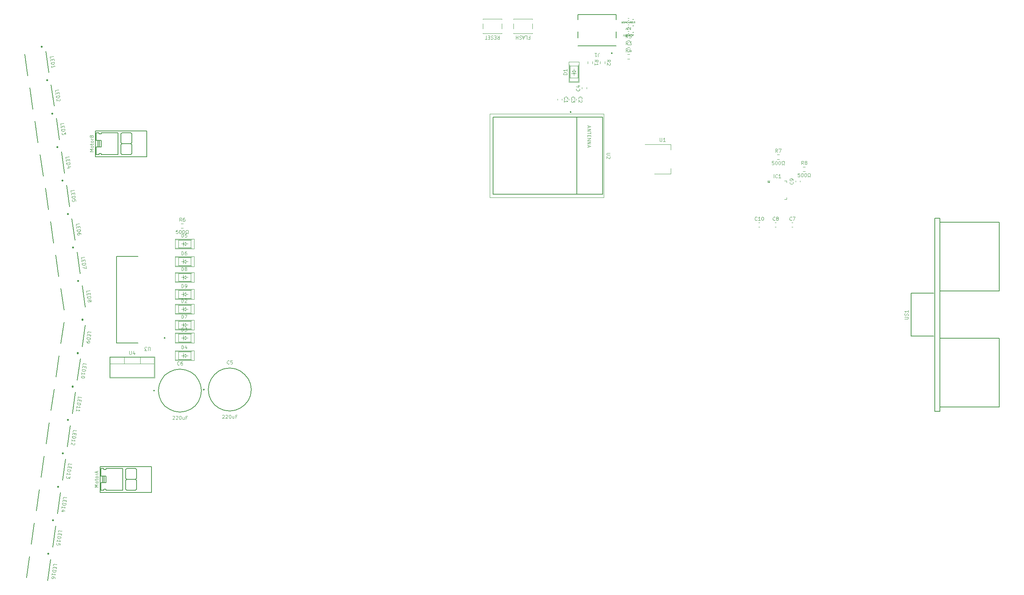
<source format=gbr>
%TF.GenerationSoftware,Flux,Pcbnew,7.0.11-7.0.11~ubuntu20.04.1*%
%TF.CreationDate,2024-08-17T09:59:33+00:00*%
%TF.ProjectId,input,696e7075-742e-46b6-9963-61645f706362,rev?*%
%TF.SameCoordinates,Original*%
%TF.FileFunction,Legend,Top*%
%TF.FilePolarity,Positive*%
%FSLAX46Y46*%
G04 Gerber Fmt 4.6, Leading zero omitted, Abs format (unit mm)*
G04 Filename: pcbrobot*
G04 Build it with Flux! Visit our site at: https://www.flux.ai (PCBNEW 7.0.11-7.0.11~ubuntu20.04.1) date 2024-08-17 09:59:33*
%MOMM*%
%LPD*%
G01*
G04 APERTURE LIST*
%ADD10C,0.095000*%
%ADD11C,0.047500*%
%ADD12C,0.095067*%
%ADD13C,0.095162*%
%ADD14C,0.095048*%
%ADD15C,0.152400*%
%ADD16C,0.120000*%
%ADD17C,0.400000*%
%ADD18C,0.127000*%
%ADD19C,0.100000*%
%ADD20C,0.050000*%
%ADD21C,0.300000*%
%ADD22C,0.200000*%
G04 APERTURE END LIST*
D10*
X128822073Y-5405092D02*
X129088739Y-5405092D01*
X129088739Y-4986044D02*
X129088739Y-5786044D01*
X129088739Y-5786044D02*
X128707787Y-5786044D01*
X128022073Y-4986044D02*
X128403025Y-4986044D01*
X128403025Y-4986044D02*
X128403025Y-5786044D01*
X127793502Y-5214616D02*
X127412549Y-5214616D01*
X127869692Y-4986044D02*
X127603025Y-5786044D01*
X127603025Y-5786044D02*
X127336359Y-4986044D01*
X127107788Y-5024140D02*
X126993502Y-4986044D01*
X126993502Y-4986044D02*
X126803026Y-4986044D01*
X126803026Y-4986044D02*
X126726835Y-5024140D01*
X126726835Y-5024140D02*
X126688740Y-5062235D01*
X126688740Y-5062235D02*
X126650645Y-5138425D01*
X126650645Y-5138425D02*
X126650645Y-5214616D01*
X126650645Y-5214616D02*
X126688740Y-5290806D01*
X126688740Y-5290806D02*
X126726835Y-5328901D01*
X126726835Y-5328901D02*
X126803026Y-5366997D01*
X126803026Y-5366997D02*
X126955407Y-5405092D01*
X126955407Y-5405092D02*
X127031597Y-5443187D01*
X127031597Y-5443187D02*
X127069692Y-5481282D01*
X127069692Y-5481282D02*
X127107788Y-5557473D01*
X127107788Y-5557473D02*
X127107788Y-5633663D01*
X127107788Y-5633663D02*
X127069692Y-5709854D01*
X127069692Y-5709854D02*
X127031597Y-5747949D01*
X127031597Y-5747949D02*
X126955407Y-5786044D01*
X126955407Y-5786044D02*
X126764930Y-5786044D01*
X126764930Y-5786044D02*
X126650645Y-5747949D01*
X126307787Y-4986044D02*
X126307787Y-5786044D01*
X126307787Y-5405092D02*
X125850644Y-5405092D01*
X125850644Y-4986044D02*
X125850644Y-5786044D01*
X20561376Y-112778310D02*
X20614395Y-112401065D01*
X20614395Y-112401065D02*
X21406609Y-112512404D01*
X20939233Y-113100702D02*
X20902120Y-113364773D01*
X20471245Y-113419626D02*
X20524263Y-113042382D01*
X20524263Y-113042382D02*
X21316478Y-113153720D01*
X21316478Y-113153720D02*
X21263460Y-113530965D01*
X20423529Y-113759147D02*
X21215743Y-113870486D01*
X21215743Y-113870486D02*
X21189234Y-114059108D01*
X21189234Y-114059108D02*
X21135604Y-114166980D01*
X21135604Y-114166980D02*
X21049551Y-114231825D01*
X21049551Y-114231825D02*
X20968800Y-114258946D01*
X20968800Y-114258946D02*
X20812601Y-114275463D01*
X20812601Y-114275463D02*
X20699427Y-114259558D01*
X20699427Y-114259558D02*
X20553831Y-114200626D01*
X20553831Y-114200626D02*
X20483684Y-114152298D01*
X20483684Y-114152298D02*
X20418838Y-114066245D01*
X20418838Y-114066245D02*
X20397019Y-113947770D01*
X20397019Y-113947770D02*
X20423529Y-113759147D01*
X20253870Y-114966331D02*
X20317492Y-114513637D01*
X20285681Y-114739984D02*
X21077895Y-114851323D01*
X21077895Y-114851323D02*
X20975326Y-114759968D01*
X20975326Y-114759968D02*
X20910480Y-114673916D01*
X20910480Y-114673916D02*
X20883359Y-114593165D01*
X20686580Y-115719598D02*
X20158437Y-115645373D01*
X21014885Y-115573390D02*
X20475527Y-115305240D01*
X20475527Y-115305240D02*
X20406603Y-115795659D01*
X151891467Y-5484555D02*
X151624800Y-5103602D01*
X151434324Y-5484555D02*
X151434324Y-4684555D01*
X151434324Y-4684555D02*
X151739086Y-4684555D01*
X151739086Y-4684555D02*
X151815276Y-4722650D01*
X151815276Y-4722650D02*
X151853371Y-4760745D01*
X151853371Y-4760745D02*
X151891467Y-4836936D01*
X151891467Y-4836936D02*
X151891467Y-4951221D01*
X151891467Y-4951221D02*
X151853371Y-5027412D01*
X151853371Y-5027412D02*
X151815276Y-5065507D01*
X151815276Y-5065507D02*
X151739086Y-5103602D01*
X151739086Y-5103602D02*
X151434324Y-5103602D01*
X152615276Y-4684555D02*
X152234324Y-4684555D01*
X152234324Y-4684555D02*
X152196228Y-5065507D01*
X152196228Y-5065507D02*
X152234324Y-5027412D01*
X152234324Y-5027412D02*
X152310514Y-4989317D01*
X152310514Y-4989317D02*
X152500990Y-4989317D01*
X152500990Y-4989317D02*
X152577181Y-5027412D01*
X152577181Y-5027412D02*
X152615276Y-5065507D01*
X152615276Y-5065507D02*
X152653371Y-5141698D01*
X152653371Y-5141698D02*
X152653371Y-5332174D01*
X152653371Y-5332174D02*
X152615276Y-5408364D01*
X152615276Y-5408364D02*
X152577181Y-5446460D01*
X152577181Y-5446460D02*
X152500990Y-5484555D01*
X152500990Y-5484555D02*
X152310514Y-5484555D01*
X152310514Y-5484555D02*
X152234324Y-5446460D01*
X152234324Y-5446460D02*
X152196228Y-5408364D01*
X140474135Y-19689466D02*
X140436040Y-19651370D01*
X140436040Y-19651370D02*
X140397944Y-19537085D01*
X140397944Y-19537085D02*
X140397944Y-19460894D01*
X140397944Y-19460894D02*
X140436040Y-19346608D01*
X140436040Y-19346608D02*
X140512230Y-19270418D01*
X140512230Y-19270418D02*
X140588420Y-19232323D01*
X140588420Y-19232323D02*
X140740801Y-19194227D01*
X140740801Y-19194227D02*
X140855087Y-19194227D01*
X140855087Y-19194227D02*
X141007468Y-19232323D01*
X141007468Y-19232323D02*
X141083659Y-19270418D01*
X141083659Y-19270418D02*
X141159849Y-19346608D01*
X141159849Y-19346608D02*
X141197944Y-19460894D01*
X141197944Y-19460894D02*
X141197944Y-19537085D01*
X141197944Y-19537085D02*
X141159849Y-19651370D01*
X141159849Y-19651370D02*
X141121754Y-19689466D01*
X141121754Y-19994227D02*
X141159849Y-20032323D01*
X141159849Y-20032323D02*
X141197944Y-20108513D01*
X141197944Y-20108513D02*
X141197944Y-20298989D01*
X141197944Y-20298989D02*
X141159849Y-20375180D01*
X141159849Y-20375180D02*
X141121754Y-20413275D01*
X141121754Y-20413275D02*
X141045563Y-20451370D01*
X141045563Y-20451370D02*
X140969373Y-20451370D01*
X140969373Y-20451370D02*
X140855087Y-20413275D01*
X140855087Y-20413275D02*
X140397944Y-19956132D01*
X140397944Y-19956132D02*
X140397944Y-20451370D01*
X138791535Y-19703266D02*
X138753440Y-19665170D01*
X138753440Y-19665170D02*
X138715344Y-19550885D01*
X138715344Y-19550885D02*
X138715344Y-19474694D01*
X138715344Y-19474694D02*
X138753440Y-19360408D01*
X138753440Y-19360408D02*
X138829630Y-19284218D01*
X138829630Y-19284218D02*
X138905820Y-19246123D01*
X138905820Y-19246123D02*
X139058201Y-19208027D01*
X139058201Y-19208027D02*
X139172487Y-19208027D01*
X139172487Y-19208027D02*
X139324868Y-19246123D01*
X139324868Y-19246123D02*
X139401059Y-19284218D01*
X139401059Y-19284218D02*
X139477249Y-19360408D01*
X139477249Y-19360408D02*
X139515344Y-19474694D01*
X139515344Y-19474694D02*
X139515344Y-19550885D01*
X139515344Y-19550885D02*
X139477249Y-19665170D01*
X139477249Y-19665170D02*
X139439154Y-19703266D01*
X139515344Y-19969932D02*
X139515344Y-20465170D01*
X139515344Y-20465170D02*
X139210582Y-20198504D01*
X139210582Y-20198504D02*
X139210582Y-20312789D01*
X139210582Y-20312789D02*
X139172487Y-20388980D01*
X139172487Y-20388980D02*
X139134392Y-20427075D01*
X139134392Y-20427075D02*
X139058201Y-20465170D01*
X139058201Y-20465170D02*
X138867725Y-20465170D01*
X138867725Y-20465170D02*
X138791535Y-20427075D01*
X138791535Y-20427075D02*
X138753440Y-20388980D01*
X138753440Y-20388980D02*
X138715344Y-20312789D01*
X138715344Y-20312789D02*
X138715344Y-20084218D01*
X138715344Y-20084218D02*
X138753440Y-20008027D01*
X138753440Y-20008027D02*
X138791535Y-19969932D01*
X46036361Y-93548445D02*
X46074457Y-93510350D01*
X46074457Y-93510350D02*
X46150647Y-93472255D01*
X46150647Y-93472255D02*
X46341123Y-93472255D01*
X46341123Y-93472255D02*
X46417314Y-93510350D01*
X46417314Y-93510350D02*
X46455409Y-93548445D01*
X46455409Y-93548445D02*
X46493504Y-93624636D01*
X46493504Y-93624636D02*
X46493504Y-93700826D01*
X46493504Y-93700826D02*
X46455409Y-93815112D01*
X46455409Y-93815112D02*
X45998266Y-94272255D01*
X45998266Y-94272255D02*
X46493504Y-94272255D01*
X46798266Y-93548445D02*
X46836362Y-93510350D01*
X46836362Y-93510350D02*
X46912552Y-93472255D01*
X46912552Y-93472255D02*
X47103028Y-93472255D01*
X47103028Y-93472255D02*
X47179219Y-93510350D01*
X47179219Y-93510350D02*
X47217314Y-93548445D01*
X47217314Y-93548445D02*
X47255409Y-93624636D01*
X47255409Y-93624636D02*
X47255409Y-93700826D01*
X47255409Y-93700826D02*
X47217314Y-93815112D01*
X47217314Y-93815112D02*
X46760171Y-94272255D01*
X46760171Y-94272255D02*
X47255409Y-94272255D01*
X47750648Y-93472255D02*
X47826838Y-93472255D01*
X47826838Y-93472255D02*
X47903029Y-93510350D01*
X47903029Y-93510350D02*
X47941124Y-93548445D01*
X47941124Y-93548445D02*
X47979219Y-93624636D01*
X47979219Y-93624636D02*
X48017314Y-93777017D01*
X48017314Y-93777017D02*
X48017314Y-93967493D01*
X48017314Y-93967493D02*
X47979219Y-94119874D01*
X47979219Y-94119874D02*
X47941124Y-94196064D01*
X47941124Y-94196064D02*
X47903029Y-94234160D01*
X47903029Y-94234160D02*
X47826838Y-94272255D01*
X47826838Y-94272255D02*
X47750648Y-94272255D01*
X47750648Y-94272255D02*
X47674457Y-94234160D01*
X47674457Y-94234160D02*
X47636362Y-94196064D01*
X47636362Y-94196064D02*
X47598267Y-94119874D01*
X47598267Y-94119874D02*
X47560171Y-93967493D01*
X47560171Y-93967493D02*
X47560171Y-93777017D01*
X47560171Y-93777017D02*
X47598267Y-93624636D01*
X47598267Y-93624636D02*
X47636362Y-93548445D01*
X47636362Y-93548445D02*
X47674457Y-93510350D01*
X47674457Y-93510350D02*
X47750648Y-93472255D01*
X48703029Y-93738921D02*
X48703029Y-94272255D01*
X48360172Y-93738921D02*
X48360172Y-94157969D01*
X48360172Y-94157969D02*
X48398267Y-94234160D01*
X48398267Y-94234160D02*
X48474457Y-94272255D01*
X48474457Y-94272255D02*
X48588743Y-94272255D01*
X48588743Y-94272255D02*
X48664934Y-94234160D01*
X48664934Y-94234160D02*
X48703029Y-94196064D01*
X49350648Y-93853207D02*
X49083982Y-93853207D01*
X49083982Y-94272255D02*
X49083982Y-93472255D01*
X49083982Y-93472255D02*
X49464934Y-93472255D01*
X47598267Y-81546064D02*
X47560171Y-81584160D01*
X47560171Y-81584160D02*
X47445886Y-81622255D01*
X47445886Y-81622255D02*
X47369695Y-81622255D01*
X47369695Y-81622255D02*
X47255409Y-81584160D01*
X47255409Y-81584160D02*
X47179219Y-81507969D01*
X47179219Y-81507969D02*
X47141124Y-81431779D01*
X47141124Y-81431779D02*
X47103028Y-81279398D01*
X47103028Y-81279398D02*
X47103028Y-81165112D01*
X47103028Y-81165112D02*
X47141124Y-81012731D01*
X47141124Y-81012731D02*
X47179219Y-80936540D01*
X47179219Y-80936540D02*
X47255409Y-80860350D01*
X47255409Y-80860350D02*
X47369695Y-80822255D01*
X47369695Y-80822255D02*
X47445886Y-80822255D01*
X47445886Y-80822255D02*
X47560171Y-80860350D01*
X47560171Y-80860350D02*
X47598267Y-80898445D01*
X48283981Y-80822255D02*
X48131600Y-80822255D01*
X48131600Y-80822255D02*
X48055409Y-80860350D01*
X48055409Y-80860350D02*
X48017314Y-80898445D01*
X48017314Y-80898445D02*
X47941124Y-81012731D01*
X47941124Y-81012731D02*
X47903028Y-81165112D01*
X47903028Y-81165112D02*
X47903028Y-81469874D01*
X47903028Y-81469874D02*
X47941124Y-81546064D01*
X47941124Y-81546064D02*
X47979219Y-81584160D01*
X47979219Y-81584160D02*
X48055409Y-81622255D01*
X48055409Y-81622255D02*
X48207790Y-81622255D01*
X48207790Y-81622255D02*
X48283981Y-81584160D01*
X48283981Y-81584160D02*
X48322076Y-81546064D01*
X48322076Y-81546064D02*
X48360171Y-81469874D01*
X48360171Y-81469874D02*
X48360171Y-81279398D01*
X48360171Y-81279398D02*
X48322076Y-81203207D01*
X48322076Y-81203207D02*
X48283981Y-81165112D01*
X48283981Y-81165112D02*
X48207790Y-81127017D01*
X48207790Y-81127017D02*
X48055409Y-81127017D01*
X48055409Y-81127017D02*
X47979219Y-81165112D01*
X47979219Y-81165112D02*
X47941124Y-81203207D01*
X47941124Y-81203207D02*
X47903028Y-81279398D01*
X23998976Y-89422410D02*
X24051995Y-89045165D01*
X24051995Y-89045165D02*
X24844209Y-89156504D01*
X24376833Y-89744802D02*
X24339720Y-90008873D01*
X23908845Y-90063726D02*
X23961863Y-89686482D01*
X23961863Y-89686482D02*
X24754078Y-89797820D01*
X24754078Y-89797820D02*
X24701060Y-90175065D01*
X23861129Y-90403247D02*
X24653343Y-90514586D01*
X24653343Y-90514586D02*
X24626834Y-90703208D01*
X24626834Y-90703208D02*
X24573204Y-90811080D01*
X24573204Y-90811080D02*
X24487151Y-90875925D01*
X24487151Y-90875925D02*
X24406400Y-90903046D01*
X24406400Y-90903046D02*
X24250201Y-90919563D01*
X24250201Y-90919563D02*
X24137027Y-90903658D01*
X24137027Y-90903658D02*
X23991431Y-90844726D01*
X23991431Y-90844726D02*
X23921284Y-90796398D01*
X23921284Y-90796398D02*
X23856438Y-90710345D01*
X23856438Y-90710345D02*
X23834619Y-90591870D01*
X23834619Y-90591870D02*
X23861129Y-90403247D01*
X23691470Y-91610431D02*
X23755092Y-91157737D01*
X23723281Y-91384084D02*
X24515495Y-91495423D01*
X24515495Y-91495423D02*
X24412926Y-91404068D01*
X24412926Y-91404068D02*
X24348080Y-91318016D01*
X24348080Y-91318016D02*
X24320959Y-91237265D01*
X23585433Y-92364922D02*
X23649055Y-91912228D01*
X23617244Y-92138575D02*
X24409459Y-92249913D01*
X24409459Y-92249913D02*
X24306889Y-92158559D01*
X24306889Y-92158559D02*
X24242044Y-92072506D01*
X24242044Y-92072506D02*
X24214923Y-91991755D01*
X48114124Y-67068155D02*
X48114124Y-66268155D01*
X48114124Y-66268155D02*
X48304600Y-66268155D01*
X48304600Y-66268155D02*
X48418886Y-66306250D01*
X48418886Y-66306250D02*
X48495076Y-66382440D01*
X48495076Y-66382440D02*
X48533171Y-66458631D01*
X48533171Y-66458631D02*
X48571267Y-66611012D01*
X48571267Y-66611012D02*
X48571267Y-66725298D01*
X48571267Y-66725298D02*
X48533171Y-66877679D01*
X48533171Y-66877679D02*
X48495076Y-66953869D01*
X48495076Y-66953869D02*
X48418886Y-67030060D01*
X48418886Y-67030060D02*
X48304600Y-67068155D01*
X48304600Y-67068155D02*
X48114124Y-67068155D01*
X48876028Y-66344345D02*
X48914124Y-66306250D01*
X48914124Y-66306250D02*
X48990314Y-66268155D01*
X48990314Y-66268155D02*
X49180790Y-66268155D01*
X49180790Y-66268155D02*
X49256981Y-66306250D01*
X49256981Y-66306250D02*
X49295076Y-66344345D01*
X49295076Y-66344345D02*
X49333171Y-66420536D01*
X49333171Y-66420536D02*
X49333171Y-66496726D01*
X49333171Y-66496726D02*
X49295076Y-66611012D01*
X49295076Y-66611012D02*
X48837933Y-67068155D01*
X48837933Y-67068155D02*
X49333171Y-67068155D01*
X48114124Y-67068155D02*
X48114124Y-66268155D01*
X48114124Y-66268155D02*
X48304600Y-66268155D01*
X48304600Y-66268155D02*
X48418886Y-66306250D01*
X48418886Y-66306250D02*
X48495076Y-66382440D01*
X48495076Y-66382440D02*
X48533171Y-66458631D01*
X48533171Y-66458631D02*
X48571267Y-66611012D01*
X48571267Y-66611012D02*
X48571267Y-66725298D01*
X48571267Y-66725298D02*
X48533171Y-66877679D01*
X48533171Y-66877679D02*
X48495076Y-66953869D01*
X48495076Y-66953869D02*
X48418886Y-67030060D01*
X48418886Y-67030060D02*
X48304600Y-67068155D01*
X48304600Y-67068155D02*
X48114124Y-67068155D01*
X48876028Y-66344345D02*
X48914124Y-66306250D01*
X48914124Y-66306250D02*
X48990314Y-66268155D01*
X48990314Y-66268155D02*
X49180790Y-66268155D01*
X49180790Y-66268155D02*
X49256981Y-66306250D01*
X49256981Y-66306250D02*
X49295076Y-66344345D01*
X49295076Y-66344345D02*
X49333171Y-66420536D01*
X49333171Y-66420536D02*
X49333171Y-66496726D01*
X49333171Y-66496726D02*
X49295076Y-66611012D01*
X49295076Y-66611012D02*
X48837933Y-67068155D01*
X48837933Y-67068155D02*
X49333171Y-67068155D01*
X137698355Y-13989682D02*
X136898355Y-13989682D01*
X136898355Y-13989682D02*
X136898355Y-13799206D01*
X136898355Y-13799206D02*
X136936450Y-13684920D01*
X136936450Y-13684920D02*
X137012640Y-13608730D01*
X137012640Y-13608730D02*
X137088831Y-13570635D01*
X137088831Y-13570635D02*
X137241212Y-13532539D01*
X137241212Y-13532539D02*
X137355498Y-13532539D01*
X137355498Y-13532539D02*
X137507879Y-13570635D01*
X137507879Y-13570635D02*
X137584069Y-13608730D01*
X137584069Y-13608730D02*
X137660260Y-13684920D01*
X137660260Y-13684920D02*
X137698355Y-13799206D01*
X137698355Y-13799206D02*
X137698355Y-13989682D01*
X137698355Y-12770635D02*
X137698355Y-13227778D01*
X137698355Y-12999206D02*
X136898355Y-12999206D01*
X136898355Y-12999206D02*
X137012640Y-13075397D01*
X137012640Y-13075397D02*
X137088831Y-13151587D01*
X137088831Y-13151587D02*
X137126926Y-13227778D01*
X137698355Y-13989682D02*
X136898355Y-13989682D01*
X136898355Y-13989682D02*
X136898355Y-13799206D01*
X136898355Y-13799206D02*
X136936450Y-13684920D01*
X136936450Y-13684920D02*
X137012640Y-13608730D01*
X137012640Y-13608730D02*
X137088831Y-13570635D01*
X137088831Y-13570635D02*
X137241212Y-13532539D01*
X137241212Y-13532539D02*
X137355498Y-13532539D01*
X137355498Y-13532539D02*
X137507879Y-13570635D01*
X137507879Y-13570635D02*
X137584069Y-13608730D01*
X137584069Y-13608730D02*
X137660260Y-13684920D01*
X137660260Y-13684920D02*
X137698355Y-13799206D01*
X137698355Y-13799206D02*
X137698355Y-13989682D01*
X137698355Y-12770635D02*
X137698355Y-13227778D01*
X137698355Y-12999206D02*
X136898355Y-12999206D01*
X136898355Y-12999206D02*
X137012640Y-13075397D01*
X137012640Y-13075397D02*
X137088831Y-13151587D01*
X137088831Y-13151587D02*
X137126926Y-13227778D01*
X185793148Y-38049855D02*
X185793148Y-37249855D01*
X186631243Y-37973664D02*
X186593147Y-38011760D01*
X186593147Y-38011760D02*
X186478862Y-38049855D01*
X186478862Y-38049855D02*
X186402671Y-38049855D01*
X186402671Y-38049855D02*
X186288385Y-38011760D01*
X186288385Y-38011760D02*
X186212195Y-37935569D01*
X186212195Y-37935569D02*
X186174100Y-37859379D01*
X186174100Y-37859379D02*
X186136004Y-37706998D01*
X186136004Y-37706998D02*
X186136004Y-37592712D01*
X186136004Y-37592712D02*
X186174100Y-37440331D01*
X186174100Y-37440331D02*
X186212195Y-37364140D01*
X186212195Y-37364140D02*
X186288385Y-37287950D01*
X186288385Y-37287950D02*
X186402671Y-37249855D01*
X186402671Y-37249855D02*
X186478862Y-37249855D01*
X186478862Y-37249855D02*
X186593147Y-37287950D01*
X186593147Y-37287950D02*
X186631243Y-37326045D01*
X187393147Y-38049855D02*
X186936004Y-38049855D01*
X187164576Y-38049855D02*
X187164576Y-37249855D01*
X187164576Y-37249855D02*
X187088385Y-37364140D01*
X187088385Y-37364140D02*
X187012195Y-37440331D01*
X187012195Y-37440331D02*
X186936004Y-37478426D01*
X191829628Y-37000755D02*
X191448676Y-37000755D01*
X191448676Y-37000755D02*
X191410580Y-37381707D01*
X191410580Y-37381707D02*
X191448676Y-37343612D01*
X191448676Y-37343612D02*
X191524866Y-37305517D01*
X191524866Y-37305517D02*
X191715342Y-37305517D01*
X191715342Y-37305517D02*
X191791533Y-37343612D01*
X191791533Y-37343612D02*
X191829628Y-37381707D01*
X191829628Y-37381707D02*
X191867723Y-37457898D01*
X191867723Y-37457898D02*
X191867723Y-37648374D01*
X191867723Y-37648374D02*
X191829628Y-37724564D01*
X191829628Y-37724564D02*
X191791533Y-37762660D01*
X191791533Y-37762660D02*
X191715342Y-37800755D01*
X191715342Y-37800755D02*
X191524866Y-37800755D01*
X191524866Y-37800755D02*
X191448676Y-37762660D01*
X191448676Y-37762660D02*
X191410580Y-37724564D01*
X192362962Y-37000755D02*
X192439152Y-37000755D01*
X192439152Y-37000755D02*
X192515343Y-37038850D01*
X192515343Y-37038850D02*
X192553438Y-37076945D01*
X192553438Y-37076945D02*
X192591533Y-37153136D01*
X192591533Y-37153136D02*
X192629628Y-37305517D01*
X192629628Y-37305517D02*
X192629628Y-37495993D01*
X192629628Y-37495993D02*
X192591533Y-37648374D01*
X192591533Y-37648374D02*
X192553438Y-37724564D01*
X192553438Y-37724564D02*
X192515343Y-37762660D01*
X192515343Y-37762660D02*
X192439152Y-37800755D01*
X192439152Y-37800755D02*
X192362962Y-37800755D01*
X192362962Y-37800755D02*
X192286771Y-37762660D01*
X192286771Y-37762660D02*
X192248676Y-37724564D01*
X192248676Y-37724564D02*
X192210581Y-37648374D01*
X192210581Y-37648374D02*
X192172485Y-37495993D01*
X192172485Y-37495993D02*
X192172485Y-37305517D01*
X192172485Y-37305517D02*
X192210581Y-37153136D01*
X192210581Y-37153136D02*
X192248676Y-37076945D01*
X192248676Y-37076945D02*
X192286771Y-37038850D01*
X192286771Y-37038850D02*
X192362962Y-37000755D01*
X193124867Y-37000755D02*
X193201057Y-37000755D01*
X193201057Y-37000755D02*
X193277248Y-37038850D01*
X193277248Y-37038850D02*
X193315343Y-37076945D01*
X193315343Y-37076945D02*
X193353438Y-37153136D01*
X193353438Y-37153136D02*
X193391533Y-37305517D01*
X193391533Y-37305517D02*
X193391533Y-37495993D01*
X193391533Y-37495993D02*
X193353438Y-37648374D01*
X193353438Y-37648374D02*
X193315343Y-37724564D01*
X193315343Y-37724564D02*
X193277248Y-37762660D01*
X193277248Y-37762660D02*
X193201057Y-37800755D01*
X193201057Y-37800755D02*
X193124867Y-37800755D01*
X193124867Y-37800755D02*
X193048676Y-37762660D01*
X193048676Y-37762660D02*
X193010581Y-37724564D01*
X193010581Y-37724564D02*
X192972486Y-37648374D01*
X192972486Y-37648374D02*
X192934390Y-37495993D01*
X192934390Y-37495993D02*
X192934390Y-37305517D01*
X192934390Y-37305517D02*
X192972486Y-37153136D01*
X192972486Y-37153136D02*
X193010581Y-37076945D01*
X193010581Y-37076945D02*
X193048676Y-37038850D01*
X193048676Y-37038850D02*
X193124867Y-37000755D01*
X193696295Y-37800755D02*
X193886772Y-37800755D01*
X193886772Y-37800755D02*
X193886772Y-37648374D01*
X193886772Y-37648374D02*
X193810581Y-37610279D01*
X193810581Y-37610279D02*
X193734391Y-37534088D01*
X193734391Y-37534088D02*
X193696295Y-37419802D01*
X193696295Y-37419802D02*
X193696295Y-37229326D01*
X193696295Y-37229326D02*
X193734391Y-37115040D01*
X193734391Y-37115040D02*
X193810581Y-37038850D01*
X193810581Y-37038850D02*
X193924867Y-37000755D01*
X193924867Y-37000755D02*
X194077248Y-37000755D01*
X194077248Y-37000755D02*
X194191534Y-37038850D01*
X194191534Y-37038850D02*
X194267724Y-37115040D01*
X194267724Y-37115040D02*
X194305819Y-37229326D01*
X194305819Y-37229326D02*
X194305819Y-37419802D01*
X194305819Y-37419802D02*
X194267724Y-37534088D01*
X194267724Y-37534088D02*
X194191534Y-37610279D01*
X194191534Y-37610279D02*
X194115343Y-37648374D01*
X194115343Y-37648374D02*
X194115343Y-37800755D01*
X194115343Y-37800755D02*
X194305819Y-37800755D01*
X192724867Y-34940755D02*
X192458200Y-34559802D01*
X192267724Y-34940755D02*
X192267724Y-34140755D01*
X192267724Y-34140755D02*
X192572486Y-34140755D01*
X192572486Y-34140755D02*
X192648676Y-34178850D01*
X192648676Y-34178850D02*
X192686771Y-34216945D01*
X192686771Y-34216945D02*
X192724867Y-34293136D01*
X192724867Y-34293136D02*
X192724867Y-34407421D01*
X192724867Y-34407421D02*
X192686771Y-34483612D01*
X192686771Y-34483612D02*
X192648676Y-34521707D01*
X192648676Y-34521707D02*
X192572486Y-34559802D01*
X192572486Y-34559802D02*
X192267724Y-34559802D01*
X193182009Y-34483612D02*
X193105819Y-34445517D01*
X193105819Y-34445517D02*
X193067724Y-34407421D01*
X193067724Y-34407421D02*
X193029628Y-34331231D01*
X193029628Y-34331231D02*
X193029628Y-34293136D01*
X193029628Y-34293136D02*
X193067724Y-34216945D01*
X193067724Y-34216945D02*
X193105819Y-34178850D01*
X193105819Y-34178850D02*
X193182009Y-34140755D01*
X193182009Y-34140755D02*
X193334390Y-34140755D01*
X193334390Y-34140755D02*
X193410581Y-34178850D01*
X193410581Y-34178850D02*
X193448676Y-34216945D01*
X193448676Y-34216945D02*
X193486771Y-34293136D01*
X193486771Y-34293136D02*
X193486771Y-34331231D01*
X193486771Y-34331231D02*
X193448676Y-34407421D01*
X193448676Y-34407421D02*
X193410581Y-34445517D01*
X193410581Y-34445517D02*
X193334390Y-34483612D01*
X193334390Y-34483612D02*
X193182009Y-34483612D01*
X193182009Y-34483612D02*
X193105819Y-34521707D01*
X193105819Y-34521707D02*
X193067724Y-34559802D01*
X193067724Y-34559802D02*
X193029628Y-34635993D01*
X193029628Y-34635993D02*
X193029628Y-34788374D01*
X193029628Y-34788374D02*
X193067724Y-34864564D01*
X193067724Y-34864564D02*
X193105819Y-34902660D01*
X193105819Y-34902660D02*
X193182009Y-34940755D01*
X193182009Y-34940755D02*
X193334390Y-34940755D01*
X193334390Y-34940755D02*
X193410581Y-34902660D01*
X193410581Y-34902660D02*
X193448676Y-34864564D01*
X193448676Y-34864564D02*
X193486771Y-34788374D01*
X193486771Y-34788374D02*
X193486771Y-34635993D01*
X193486771Y-34635993D02*
X193448676Y-34559802D01*
X193448676Y-34559802D02*
X193410581Y-34521707D01*
X193410581Y-34521707D02*
X193334390Y-34483612D01*
X40783116Y-78238038D02*
X40783116Y-77590419D01*
X40783116Y-77590419D02*
X40745021Y-77514229D01*
X40745021Y-77514229D02*
X40706926Y-77476134D01*
X40706926Y-77476134D02*
X40630735Y-77438038D01*
X40630735Y-77438038D02*
X40478354Y-77438038D01*
X40478354Y-77438038D02*
X40402164Y-77476134D01*
X40402164Y-77476134D02*
X40364069Y-77514229D01*
X40364069Y-77514229D02*
X40325973Y-77590419D01*
X40325973Y-77590419D02*
X40325973Y-78238038D01*
X40021212Y-78238038D02*
X39525974Y-78238038D01*
X39525974Y-78238038D02*
X39792640Y-77933276D01*
X39792640Y-77933276D02*
X39678355Y-77933276D01*
X39678355Y-77933276D02*
X39602164Y-77895181D01*
X39602164Y-77895181D02*
X39564069Y-77857086D01*
X39564069Y-77857086D02*
X39525974Y-77780895D01*
X39525974Y-77780895D02*
X39525974Y-77590419D01*
X39525974Y-77590419D02*
X39564069Y-77514229D01*
X39564069Y-77514229D02*
X39602164Y-77476134D01*
X39602164Y-77476134D02*
X39678355Y-77438038D01*
X39678355Y-77438038D02*
X39906926Y-77438038D01*
X39906926Y-77438038D02*
X39983117Y-77476134D01*
X39983117Y-77476134D02*
X40021212Y-77514229D01*
X48114124Y-59667355D02*
X48114124Y-58867355D01*
X48114124Y-58867355D02*
X48304600Y-58867355D01*
X48304600Y-58867355D02*
X48418886Y-58905450D01*
X48418886Y-58905450D02*
X48495076Y-58981640D01*
X48495076Y-58981640D02*
X48533171Y-59057831D01*
X48533171Y-59057831D02*
X48571267Y-59210212D01*
X48571267Y-59210212D02*
X48571267Y-59324498D01*
X48571267Y-59324498D02*
X48533171Y-59476879D01*
X48533171Y-59476879D02*
X48495076Y-59553069D01*
X48495076Y-59553069D02*
X48418886Y-59629260D01*
X48418886Y-59629260D02*
X48304600Y-59667355D01*
X48304600Y-59667355D02*
X48114124Y-59667355D01*
X49028409Y-59210212D02*
X48952219Y-59172117D01*
X48952219Y-59172117D02*
X48914124Y-59134021D01*
X48914124Y-59134021D02*
X48876028Y-59057831D01*
X48876028Y-59057831D02*
X48876028Y-59019736D01*
X48876028Y-59019736D02*
X48914124Y-58943545D01*
X48914124Y-58943545D02*
X48952219Y-58905450D01*
X48952219Y-58905450D02*
X49028409Y-58867355D01*
X49028409Y-58867355D02*
X49180790Y-58867355D01*
X49180790Y-58867355D02*
X49256981Y-58905450D01*
X49256981Y-58905450D02*
X49295076Y-58943545D01*
X49295076Y-58943545D02*
X49333171Y-59019736D01*
X49333171Y-59019736D02*
X49333171Y-59057831D01*
X49333171Y-59057831D02*
X49295076Y-59134021D01*
X49295076Y-59134021D02*
X49256981Y-59172117D01*
X49256981Y-59172117D02*
X49180790Y-59210212D01*
X49180790Y-59210212D02*
X49028409Y-59210212D01*
X49028409Y-59210212D02*
X48952219Y-59248307D01*
X48952219Y-59248307D02*
X48914124Y-59286402D01*
X48914124Y-59286402D02*
X48876028Y-59362593D01*
X48876028Y-59362593D02*
X48876028Y-59514974D01*
X48876028Y-59514974D02*
X48914124Y-59591164D01*
X48914124Y-59591164D02*
X48952219Y-59629260D01*
X48952219Y-59629260D02*
X49028409Y-59667355D01*
X49028409Y-59667355D02*
X49180790Y-59667355D01*
X49180790Y-59667355D02*
X49256981Y-59629260D01*
X49256981Y-59629260D02*
X49295076Y-59591164D01*
X49295076Y-59591164D02*
X49333171Y-59514974D01*
X49333171Y-59514974D02*
X49333171Y-59362593D01*
X49333171Y-59362593D02*
X49295076Y-59286402D01*
X49295076Y-59286402D02*
X49256981Y-59248307D01*
X49256981Y-59248307D02*
X49180790Y-59210212D01*
X48114124Y-59667355D02*
X48114124Y-58867355D01*
X48114124Y-58867355D02*
X48304600Y-58867355D01*
X48304600Y-58867355D02*
X48418886Y-58905450D01*
X48418886Y-58905450D02*
X48495076Y-58981640D01*
X48495076Y-58981640D02*
X48533171Y-59057831D01*
X48533171Y-59057831D02*
X48571267Y-59210212D01*
X48571267Y-59210212D02*
X48571267Y-59324498D01*
X48571267Y-59324498D02*
X48533171Y-59476879D01*
X48533171Y-59476879D02*
X48495076Y-59553069D01*
X48495076Y-59553069D02*
X48418886Y-59629260D01*
X48418886Y-59629260D02*
X48304600Y-59667355D01*
X48304600Y-59667355D02*
X48114124Y-59667355D01*
X49028409Y-59210212D02*
X48952219Y-59172117D01*
X48952219Y-59172117D02*
X48914124Y-59134021D01*
X48914124Y-59134021D02*
X48876028Y-59057831D01*
X48876028Y-59057831D02*
X48876028Y-59019736D01*
X48876028Y-59019736D02*
X48914124Y-58943545D01*
X48914124Y-58943545D02*
X48952219Y-58905450D01*
X48952219Y-58905450D02*
X49028409Y-58867355D01*
X49028409Y-58867355D02*
X49180790Y-58867355D01*
X49180790Y-58867355D02*
X49256981Y-58905450D01*
X49256981Y-58905450D02*
X49295076Y-58943545D01*
X49295076Y-58943545D02*
X49333171Y-59019736D01*
X49333171Y-59019736D02*
X49333171Y-59057831D01*
X49333171Y-59057831D02*
X49295076Y-59134021D01*
X49295076Y-59134021D02*
X49256981Y-59172117D01*
X49256981Y-59172117D02*
X49180790Y-59210212D01*
X49180790Y-59210212D02*
X49028409Y-59210212D01*
X49028409Y-59210212D02*
X48952219Y-59248307D01*
X48952219Y-59248307D02*
X48914124Y-59286402D01*
X48914124Y-59286402D02*
X48876028Y-59362593D01*
X48876028Y-59362593D02*
X48876028Y-59514974D01*
X48876028Y-59514974D02*
X48914124Y-59591164D01*
X48914124Y-59591164D02*
X48952219Y-59629260D01*
X48952219Y-59629260D02*
X49028409Y-59667355D01*
X49028409Y-59667355D02*
X49180790Y-59667355D01*
X49180790Y-59667355D02*
X49256981Y-59629260D01*
X49256981Y-59629260D02*
X49295076Y-59591164D01*
X49295076Y-59591164D02*
X49333171Y-59514974D01*
X49333171Y-59514974D02*
X49333171Y-59362593D01*
X49333171Y-59362593D02*
X49295076Y-59286402D01*
X49295076Y-59286402D02*
X49256981Y-59248307D01*
X49256981Y-59248307D02*
X49180790Y-59210212D01*
X151891467Y-8745855D02*
X151624800Y-8364902D01*
X151434324Y-8745855D02*
X151434324Y-7945855D01*
X151434324Y-7945855D02*
X151739086Y-7945855D01*
X151739086Y-7945855D02*
X151815276Y-7983950D01*
X151815276Y-7983950D02*
X151853371Y-8022045D01*
X151853371Y-8022045D02*
X151891467Y-8098236D01*
X151891467Y-8098236D02*
X151891467Y-8212521D01*
X151891467Y-8212521D02*
X151853371Y-8288712D01*
X151853371Y-8288712D02*
X151815276Y-8326807D01*
X151815276Y-8326807D02*
X151739086Y-8364902D01*
X151739086Y-8364902D02*
X151434324Y-8364902D01*
X152577181Y-8212521D02*
X152577181Y-8745855D01*
X152386705Y-7907760D02*
X152196228Y-8479188D01*
X152196228Y-8479188D02*
X152691467Y-8479188D01*
X26037283Y-64783879D02*
X25984264Y-64406634D01*
X25984264Y-64406634D02*
X26776479Y-64295296D01*
X26489365Y-64989631D02*
X26526478Y-65253702D01*
X26127414Y-65425196D02*
X26074396Y-65047951D01*
X26074396Y-65047951D02*
X26866610Y-64936612D01*
X26866610Y-64936612D02*
X26919628Y-65313857D01*
X26175131Y-65764717D02*
X26967345Y-65653378D01*
X26967345Y-65653378D02*
X26993854Y-65842001D01*
X26993854Y-65842001D02*
X26972035Y-65960476D01*
X26972035Y-65960476D02*
X26907190Y-66046529D01*
X26907190Y-66046529D02*
X26837043Y-66094857D01*
X26837043Y-66094857D02*
X26691446Y-66153789D01*
X26691446Y-66153789D02*
X26578273Y-66169694D01*
X26578273Y-66169694D02*
X26422073Y-66153177D01*
X26422073Y-66153177D02*
X26341322Y-66126056D01*
X26341322Y-66126056D02*
X26255270Y-66061211D01*
X26255270Y-66061211D02*
X26201640Y-65953339D01*
X26201640Y-65953339D02*
X26175131Y-65764717D01*
X26755068Y-66606483D02*
X26782189Y-66525732D01*
X26782189Y-66525732D02*
X26814612Y-66482705D01*
X26814612Y-66482705D02*
X26884759Y-66434377D01*
X26884759Y-66434377D02*
X26922484Y-66429075D01*
X26922484Y-66429075D02*
X27003234Y-66456196D01*
X27003234Y-66456196D02*
X27046261Y-66488619D01*
X27046261Y-66488619D02*
X27094589Y-66558766D01*
X27094589Y-66558766D02*
X27115796Y-66709664D01*
X27115796Y-66709664D02*
X27088675Y-66790415D01*
X27088675Y-66790415D02*
X27056253Y-66833441D01*
X27056253Y-66833441D02*
X26986106Y-66881769D01*
X26986106Y-66881769D02*
X26948381Y-66887071D01*
X26948381Y-66887071D02*
X26867630Y-66859950D01*
X26867630Y-66859950D02*
X26824604Y-66827528D01*
X26824604Y-66827528D02*
X26776276Y-66757381D01*
X26776276Y-66757381D02*
X26755068Y-66606483D01*
X26755068Y-66606483D02*
X26706740Y-66536335D01*
X26706740Y-66536335D02*
X26663714Y-66503913D01*
X26663714Y-66503913D02*
X26582963Y-66476792D01*
X26582963Y-66476792D02*
X26432065Y-66497999D01*
X26432065Y-66497999D02*
X26361918Y-66546327D01*
X26361918Y-66546327D02*
X26329495Y-66589354D01*
X26329495Y-66589354D02*
X26302374Y-66670105D01*
X26302374Y-66670105D02*
X26323582Y-66821003D01*
X26323582Y-66821003D02*
X26371910Y-66891150D01*
X26371910Y-66891150D02*
X26414936Y-66923572D01*
X26414936Y-66923572D02*
X26495687Y-66950693D01*
X26495687Y-66950693D02*
X26646585Y-66929486D01*
X26646585Y-66929486D02*
X26716732Y-66881158D01*
X26716732Y-66881158D02*
X26749155Y-66838131D01*
X26749155Y-66838131D02*
X26776276Y-66757381D01*
X25144876Y-81637210D02*
X25197895Y-81259965D01*
X25197895Y-81259965D02*
X25990109Y-81371304D01*
X25522733Y-81959602D02*
X25485620Y-82223673D01*
X25054745Y-82278526D02*
X25107763Y-81901282D01*
X25107763Y-81901282D02*
X25899978Y-82012620D01*
X25899978Y-82012620D02*
X25846960Y-82389865D01*
X25007029Y-82618047D02*
X25799243Y-82729386D01*
X25799243Y-82729386D02*
X25772734Y-82918008D01*
X25772734Y-82918008D02*
X25719104Y-83025880D01*
X25719104Y-83025880D02*
X25633051Y-83090725D01*
X25633051Y-83090725D02*
X25552300Y-83117846D01*
X25552300Y-83117846D02*
X25396101Y-83134363D01*
X25396101Y-83134363D02*
X25282927Y-83118458D01*
X25282927Y-83118458D02*
X25137331Y-83059526D01*
X25137331Y-83059526D02*
X25067184Y-83011198D01*
X25067184Y-83011198D02*
X25002338Y-82925145D01*
X25002338Y-82925145D02*
X24980519Y-82806670D01*
X24980519Y-82806670D02*
X25007029Y-82618047D01*
X24837370Y-83825231D02*
X24900992Y-83372537D01*
X24869181Y-83598884D02*
X25661395Y-83710223D01*
X25661395Y-83710223D02*
X25558826Y-83618868D01*
X25558826Y-83618868D02*
X25493980Y-83532816D01*
X25493980Y-83532816D02*
X25466859Y-83452065D01*
X25560661Y-84426989D02*
X25550057Y-84502438D01*
X25550057Y-84502438D02*
X25501729Y-84572585D01*
X25501729Y-84572585D02*
X25458702Y-84605007D01*
X25458702Y-84605007D02*
X25377952Y-84632128D01*
X25377952Y-84632128D02*
X25221752Y-84648645D01*
X25221752Y-84648645D02*
X25033129Y-84622136D01*
X25033129Y-84622136D02*
X24887533Y-84563204D01*
X24887533Y-84563204D02*
X24817386Y-84514876D01*
X24817386Y-84514876D02*
X24784963Y-84471850D01*
X24784963Y-84471850D02*
X24757842Y-84391099D01*
X24757842Y-84391099D02*
X24768446Y-84315650D01*
X24768446Y-84315650D02*
X24816774Y-84245503D01*
X24816774Y-84245503D02*
X24859801Y-84213080D01*
X24859801Y-84213080D02*
X24940551Y-84185959D01*
X24940551Y-84185959D02*
X25096751Y-84169442D01*
X25096751Y-84169442D02*
X25285374Y-84195951D01*
X25285374Y-84195951D02*
X25430970Y-84254883D01*
X25430970Y-84254883D02*
X25501117Y-84303211D01*
X25501117Y-84303211D02*
X25533540Y-84346238D01*
X25533540Y-84346238D02*
X25560661Y-84426989D01*
X23625883Y-49202279D02*
X23572864Y-48825034D01*
X23572864Y-48825034D02*
X24365079Y-48713696D01*
X24077965Y-49408031D02*
X24115078Y-49672102D01*
X23716014Y-49843596D02*
X23662996Y-49466351D01*
X23662996Y-49466351D02*
X24455210Y-49355012D01*
X24455210Y-49355012D02*
X24508228Y-49732257D01*
X23763731Y-50183117D02*
X24555945Y-50071778D01*
X24555945Y-50071778D02*
X24582454Y-50260401D01*
X24582454Y-50260401D02*
X24560635Y-50378876D01*
X24560635Y-50378876D02*
X24495790Y-50464929D01*
X24495790Y-50464929D02*
X24425643Y-50513257D01*
X24425643Y-50513257D02*
X24280046Y-50572189D01*
X24280046Y-50572189D02*
X24166873Y-50588094D01*
X24166873Y-50588094D02*
X24010673Y-50571577D01*
X24010673Y-50571577D02*
X23929922Y-50544456D01*
X23929922Y-50544456D02*
X23843870Y-50479611D01*
X23843870Y-50479611D02*
X23790240Y-50371739D01*
X23790240Y-50371739D02*
X23763731Y-50183117D01*
X24715000Y-51203513D02*
X24693793Y-51052615D01*
X24693793Y-51052615D02*
X24645464Y-50982468D01*
X24645464Y-50982468D02*
X24602438Y-50950045D01*
X24602438Y-50950045D02*
X24478661Y-50890502D01*
X24478661Y-50890502D02*
X24322461Y-50873985D01*
X24322461Y-50873985D02*
X24020665Y-50916399D01*
X24020665Y-50916399D02*
X23950518Y-50964727D01*
X23950518Y-50964727D02*
X23918095Y-51007754D01*
X23918095Y-51007754D02*
X23890974Y-51088505D01*
X23890974Y-51088505D02*
X23912182Y-51239403D01*
X23912182Y-51239403D02*
X23960510Y-51309550D01*
X23960510Y-51309550D02*
X24003536Y-51341972D01*
X24003536Y-51341972D02*
X24084287Y-51369093D01*
X24084287Y-51369093D02*
X24272910Y-51342584D01*
X24272910Y-51342584D02*
X24343057Y-51294256D01*
X24343057Y-51294256D02*
X24375479Y-51251230D01*
X24375479Y-51251230D02*
X24402600Y-51170479D01*
X24402600Y-51170479D02*
X24381393Y-51019581D01*
X24381393Y-51019581D02*
X24333065Y-50949434D01*
X24333065Y-50949434D02*
X24290038Y-50917011D01*
X24290038Y-50917011D02*
X24209288Y-50889890D01*
X189965767Y-47875164D02*
X189927671Y-47913260D01*
X189927671Y-47913260D02*
X189813386Y-47951355D01*
X189813386Y-47951355D02*
X189737195Y-47951355D01*
X189737195Y-47951355D02*
X189622909Y-47913260D01*
X189622909Y-47913260D02*
X189546719Y-47837069D01*
X189546719Y-47837069D02*
X189508624Y-47760879D01*
X189508624Y-47760879D02*
X189470528Y-47608498D01*
X189470528Y-47608498D02*
X189470528Y-47494212D01*
X189470528Y-47494212D02*
X189508624Y-47341831D01*
X189508624Y-47341831D02*
X189546719Y-47265640D01*
X189546719Y-47265640D02*
X189622909Y-47189450D01*
X189622909Y-47189450D02*
X189737195Y-47151355D01*
X189737195Y-47151355D02*
X189813386Y-47151355D01*
X189813386Y-47151355D02*
X189927671Y-47189450D01*
X189927671Y-47189450D02*
X189965767Y-47227545D01*
X190232433Y-47151355D02*
X190765767Y-47151355D01*
X190765767Y-47151355D02*
X190422909Y-47951355D01*
X48114124Y-63608355D02*
X48114124Y-62808355D01*
X48114124Y-62808355D02*
X48304600Y-62808355D01*
X48304600Y-62808355D02*
X48418886Y-62846450D01*
X48418886Y-62846450D02*
X48495076Y-62922640D01*
X48495076Y-62922640D02*
X48533171Y-62998831D01*
X48533171Y-62998831D02*
X48571267Y-63151212D01*
X48571267Y-63151212D02*
X48571267Y-63265498D01*
X48571267Y-63265498D02*
X48533171Y-63417879D01*
X48533171Y-63417879D02*
X48495076Y-63494069D01*
X48495076Y-63494069D02*
X48418886Y-63570260D01*
X48418886Y-63570260D02*
X48304600Y-63608355D01*
X48304600Y-63608355D02*
X48114124Y-63608355D01*
X48952219Y-63608355D02*
X49104600Y-63608355D01*
X49104600Y-63608355D02*
X49180790Y-63570260D01*
X49180790Y-63570260D02*
X49218886Y-63532164D01*
X49218886Y-63532164D02*
X49295076Y-63417879D01*
X49295076Y-63417879D02*
X49333171Y-63265498D01*
X49333171Y-63265498D02*
X49333171Y-62960736D01*
X49333171Y-62960736D02*
X49295076Y-62884545D01*
X49295076Y-62884545D02*
X49256981Y-62846450D01*
X49256981Y-62846450D02*
X49180790Y-62808355D01*
X49180790Y-62808355D02*
X49028409Y-62808355D01*
X49028409Y-62808355D02*
X48952219Y-62846450D01*
X48952219Y-62846450D02*
X48914124Y-62884545D01*
X48914124Y-62884545D02*
X48876028Y-62960736D01*
X48876028Y-62960736D02*
X48876028Y-63151212D01*
X48876028Y-63151212D02*
X48914124Y-63227402D01*
X48914124Y-63227402D02*
X48952219Y-63265498D01*
X48952219Y-63265498D02*
X49028409Y-63303593D01*
X49028409Y-63303593D02*
X49180790Y-63303593D01*
X49180790Y-63303593D02*
X49256981Y-63265498D01*
X49256981Y-63265498D02*
X49295076Y-63227402D01*
X49295076Y-63227402D02*
X49333171Y-63151212D01*
X48114124Y-63608355D02*
X48114124Y-62808355D01*
X48114124Y-62808355D02*
X48304600Y-62808355D01*
X48304600Y-62808355D02*
X48418886Y-62846450D01*
X48418886Y-62846450D02*
X48495076Y-62922640D01*
X48495076Y-62922640D02*
X48533171Y-62998831D01*
X48533171Y-62998831D02*
X48571267Y-63151212D01*
X48571267Y-63151212D02*
X48571267Y-63265498D01*
X48571267Y-63265498D02*
X48533171Y-63417879D01*
X48533171Y-63417879D02*
X48495076Y-63494069D01*
X48495076Y-63494069D02*
X48418886Y-63570260D01*
X48418886Y-63570260D02*
X48304600Y-63608355D01*
X48304600Y-63608355D02*
X48114124Y-63608355D01*
X48952219Y-63608355D02*
X49104600Y-63608355D01*
X49104600Y-63608355D02*
X49180790Y-63570260D01*
X49180790Y-63570260D02*
X49218886Y-63532164D01*
X49218886Y-63532164D02*
X49295076Y-63417879D01*
X49295076Y-63417879D02*
X49333171Y-63265498D01*
X49333171Y-63265498D02*
X49333171Y-62960736D01*
X49333171Y-62960736D02*
X49295076Y-62884545D01*
X49295076Y-62884545D02*
X49256981Y-62846450D01*
X49256981Y-62846450D02*
X49180790Y-62808355D01*
X49180790Y-62808355D02*
X49028409Y-62808355D01*
X49028409Y-62808355D02*
X48952219Y-62846450D01*
X48952219Y-62846450D02*
X48914124Y-62884545D01*
X48914124Y-62884545D02*
X48876028Y-62960736D01*
X48876028Y-62960736D02*
X48876028Y-63151212D01*
X48876028Y-63151212D02*
X48914124Y-63227402D01*
X48914124Y-63227402D02*
X48952219Y-63265498D01*
X48952219Y-63265498D02*
X49028409Y-63303593D01*
X49028409Y-63303593D02*
X49180790Y-63303593D01*
X49180790Y-63303593D02*
X49256981Y-63265498D01*
X49256981Y-63265498D02*
X49295076Y-63227402D01*
X49295076Y-63227402D02*
X49333171Y-63151212D01*
X186079267Y-47875164D02*
X186041171Y-47913260D01*
X186041171Y-47913260D02*
X185926886Y-47951355D01*
X185926886Y-47951355D02*
X185850695Y-47951355D01*
X185850695Y-47951355D02*
X185736409Y-47913260D01*
X185736409Y-47913260D02*
X185660219Y-47837069D01*
X185660219Y-47837069D02*
X185622124Y-47760879D01*
X185622124Y-47760879D02*
X185584028Y-47608498D01*
X185584028Y-47608498D02*
X185584028Y-47494212D01*
X185584028Y-47494212D02*
X185622124Y-47341831D01*
X185622124Y-47341831D02*
X185660219Y-47265640D01*
X185660219Y-47265640D02*
X185736409Y-47189450D01*
X185736409Y-47189450D02*
X185850695Y-47151355D01*
X185850695Y-47151355D02*
X185926886Y-47151355D01*
X185926886Y-47151355D02*
X186041171Y-47189450D01*
X186041171Y-47189450D02*
X186079267Y-47227545D01*
X186536409Y-47494212D02*
X186460219Y-47456117D01*
X186460219Y-47456117D02*
X186422124Y-47418021D01*
X186422124Y-47418021D02*
X186384028Y-47341831D01*
X186384028Y-47341831D02*
X186384028Y-47303736D01*
X186384028Y-47303736D02*
X186422124Y-47227545D01*
X186422124Y-47227545D02*
X186460219Y-47189450D01*
X186460219Y-47189450D02*
X186536409Y-47151355D01*
X186536409Y-47151355D02*
X186688790Y-47151355D01*
X186688790Y-47151355D02*
X186764981Y-47189450D01*
X186764981Y-47189450D02*
X186803076Y-47227545D01*
X186803076Y-47227545D02*
X186841171Y-47303736D01*
X186841171Y-47303736D02*
X186841171Y-47341831D01*
X186841171Y-47341831D02*
X186803076Y-47418021D01*
X186803076Y-47418021D02*
X186764981Y-47456117D01*
X186764981Y-47456117D02*
X186688790Y-47494212D01*
X186688790Y-47494212D02*
X186536409Y-47494212D01*
X186536409Y-47494212D02*
X186460219Y-47532307D01*
X186460219Y-47532307D02*
X186422124Y-47570402D01*
X186422124Y-47570402D02*
X186384028Y-47646593D01*
X186384028Y-47646593D02*
X186384028Y-47798974D01*
X186384028Y-47798974D02*
X186422124Y-47875164D01*
X186422124Y-47875164D02*
X186460219Y-47913260D01*
X186460219Y-47913260D02*
X186536409Y-47951355D01*
X186536409Y-47951355D02*
X186688790Y-47951355D01*
X186688790Y-47951355D02*
X186764981Y-47913260D01*
X186764981Y-47913260D02*
X186803076Y-47875164D01*
X186803076Y-47875164D02*
X186841171Y-47798974D01*
X186841171Y-47798974D02*
X186841171Y-47646593D01*
X186841171Y-47646593D02*
X186803076Y-47570402D01*
X186803076Y-47570402D02*
X186764981Y-47532307D01*
X186764981Y-47532307D02*
X186688790Y-47494212D01*
X18269576Y-128348810D02*
X18322595Y-127971565D01*
X18322595Y-127971565D02*
X19114809Y-128082904D01*
X18647433Y-128671202D02*
X18610320Y-128935273D01*
X18179445Y-128990126D02*
X18232463Y-128612882D01*
X18232463Y-128612882D02*
X19024678Y-128724220D01*
X19024678Y-128724220D02*
X18971660Y-129101465D01*
X18131729Y-129329647D02*
X18923943Y-129440986D01*
X18923943Y-129440986D02*
X18897434Y-129629608D01*
X18897434Y-129629608D02*
X18843804Y-129737480D01*
X18843804Y-129737480D02*
X18757751Y-129802325D01*
X18757751Y-129802325D02*
X18677000Y-129829446D01*
X18677000Y-129829446D02*
X18520801Y-129845963D01*
X18520801Y-129845963D02*
X18407627Y-129830058D01*
X18407627Y-129830058D02*
X18262031Y-129771126D01*
X18262031Y-129771126D02*
X18191884Y-129722798D01*
X18191884Y-129722798D02*
X18127038Y-129636745D01*
X18127038Y-129636745D02*
X18105219Y-129518270D01*
X18105219Y-129518270D02*
X18131729Y-129329647D01*
X17962070Y-130536831D02*
X18025692Y-130084137D01*
X17993881Y-130310484D02*
X18786095Y-130421823D01*
X18786095Y-130421823D02*
X18683526Y-130330468D01*
X18683526Y-130330468D02*
X18618680Y-130244416D01*
X18618680Y-130244416D02*
X18591559Y-130163665D01*
X18658851Y-131327211D02*
X18680059Y-131176313D01*
X18680059Y-131176313D02*
X18652938Y-131095562D01*
X18652938Y-131095562D02*
X18620515Y-131052536D01*
X18620515Y-131052536D02*
X18517945Y-130961181D01*
X18517945Y-130961181D02*
X18372349Y-130902250D01*
X18372349Y-130902250D02*
X18070553Y-130859835D01*
X18070553Y-130859835D02*
X17989802Y-130886956D01*
X17989802Y-130886956D02*
X17946776Y-130919378D01*
X17946776Y-130919378D02*
X17898448Y-130989526D01*
X17898448Y-130989526D02*
X17877241Y-131140424D01*
X17877241Y-131140424D02*
X17904361Y-131221174D01*
X17904361Y-131221174D02*
X17936784Y-131264201D01*
X17936784Y-131264201D02*
X18006931Y-131312529D01*
X18006931Y-131312529D02*
X18195554Y-131339038D01*
X18195554Y-131339038D02*
X18276305Y-131311917D01*
X18276305Y-131311917D02*
X18319331Y-131279495D01*
X18319331Y-131279495D02*
X18367659Y-131209347D01*
X18367659Y-131209347D02*
X18388866Y-131058449D01*
X18388866Y-131058449D02*
X18361746Y-130977699D01*
X18361746Y-130977699D02*
X18329323Y-130934672D01*
X18329323Y-130934672D02*
X18259176Y-130886344D01*
X48114124Y-70750955D02*
X48114124Y-69950955D01*
X48114124Y-69950955D02*
X48304600Y-69950955D01*
X48304600Y-69950955D02*
X48418886Y-69989050D01*
X48418886Y-69989050D02*
X48495076Y-70065240D01*
X48495076Y-70065240D02*
X48533171Y-70141431D01*
X48533171Y-70141431D02*
X48571267Y-70293812D01*
X48571267Y-70293812D02*
X48571267Y-70408098D01*
X48571267Y-70408098D02*
X48533171Y-70560479D01*
X48533171Y-70560479D02*
X48495076Y-70636669D01*
X48495076Y-70636669D02*
X48418886Y-70712860D01*
X48418886Y-70712860D02*
X48304600Y-70750955D01*
X48304600Y-70750955D02*
X48114124Y-70750955D01*
X48837933Y-69950955D02*
X49371267Y-69950955D01*
X49371267Y-69950955D02*
X49028409Y-70750955D01*
X48114124Y-70750955D02*
X48114124Y-69950955D01*
X48114124Y-69950955D02*
X48304600Y-69950955D01*
X48304600Y-69950955D02*
X48418886Y-69989050D01*
X48418886Y-69989050D02*
X48495076Y-70065240D01*
X48495076Y-70065240D02*
X48533171Y-70141431D01*
X48533171Y-70141431D02*
X48571267Y-70293812D01*
X48571267Y-70293812D02*
X48571267Y-70408098D01*
X48571267Y-70408098D02*
X48533171Y-70560479D01*
X48533171Y-70560479D02*
X48495076Y-70636669D01*
X48495076Y-70636669D02*
X48418886Y-70712860D01*
X48418886Y-70712860D02*
X48304600Y-70750955D01*
X48304600Y-70750955D02*
X48114124Y-70750955D01*
X48837933Y-69950955D02*
X49371267Y-69950955D01*
X49371267Y-69950955D02*
X49028409Y-70750955D01*
X21214583Y-33620679D02*
X21161564Y-33243434D01*
X21161564Y-33243434D02*
X21953779Y-33132096D01*
X21666665Y-33826431D02*
X21703778Y-34090502D01*
X21304714Y-34261996D02*
X21251696Y-33884751D01*
X21251696Y-33884751D02*
X22043910Y-33773412D01*
X22043910Y-33773412D02*
X22096928Y-34150657D01*
X21352431Y-34601517D02*
X22144645Y-34490178D01*
X22144645Y-34490178D02*
X22171154Y-34678801D01*
X22171154Y-34678801D02*
X22149335Y-34797276D01*
X22149335Y-34797276D02*
X22084490Y-34883329D01*
X22084490Y-34883329D02*
X22014343Y-34931657D01*
X22014343Y-34931657D02*
X21868746Y-34990589D01*
X21868746Y-34990589D02*
X21755573Y-35006494D01*
X21755573Y-35006494D02*
X21599373Y-34989977D01*
X21599373Y-34989977D02*
X21518622Y-34962856D01*
X21518622Y-34962856D02*
X21432570Y-34898011D01*
X21432570Y-34898011D02*
X21378940Y-34790139D01*
X21378940Y-34790139D02*
X21352431Y-34601517D01*
X22039628Y-35659026D02*
X21511485Y-35733252D01*
X22314915Y-35427989D02*
X21722539Y-35318894D01*
X21722539Y-35318894D02*
X21791462Y-35809312D01*
X24831583Y-56993079D02*
X24778564Y-56615834D01*
X24778564Y-56615834D02*
X25570779Y-56504496D01*
X25283665Y-57198831D02*
X25320778Y-57462902D01*
X24921714Y-57634396D02*
X24868696Y-57257151D01*
X24868696Y-57257151D02*
X25660910Y-57145812D01*
X25660910Y-57145812D02*
X25713928Y-57523057D01*
X24969431Y-57973917D02*
X25761645Y-57862578D01*
X25761645Y-57862578D02*
X25788154Y-58051201D01*
X25788154Y-58051201D02*
X25766335Y-58169676D01*
X25766335Y-58169676D02*
X25701490Y-58255729D01*
X25701490Y-58255729D02*
X25631343Y-58304057D01*
X25631343Y-58304057D02*
X25485746Y-58362989D01*
X25485746Y-58362989D02*
X25372573Y-58378894D01*
X25372573Y-58378894D02*
X25216373Y-58362377D01*
X25216373Y-58362377D02*
X25135622Y-58335256D01*
X25135622Y-58335256D02*
X25049570Y-58270411D01*
X25049570Y-58270411D02*
X24995940Y-58162539D01*
X24995940Y-58162539D02*
X24969431Y-57973917D01*
X25862380Y-58579344D02*
X25936605Y-59107487D01*
X25936605Y-59107487D02*
X25096674Y-58879305D01*
X190260064Y-39013737D02*
X190298160Y-39051833D01*
X190298160Y-39051833D02*
X190336255Y-39166118D01*
X190336255Y-39166118D02*
X190336255Y-39242309D01*
X190336255Y-39242309D02*
X190298160Y-39356595D01*
X190298160Y-39356595D02*
X190221969Y-39432785D01*
X190221969Y-39432785D02*
X190145779Y-39470880D01*
X190145779Y-39470880D02*
X189993398Y-39508976D01*
X189993398Y-39508976D02*
X189879112Y-39508976D01*
X189879112Y-39508976D02*
X189726731Y-39470880D01*
X189726731Y-39470880D02*
X189650540Y-39432785D01*
X189650540Y-39432785D02*
X189574350Y-39356595D01*
X189574350Y-39356595D02*
X189536255Y-39242309D01*
X189536255Y-39242309D02*
X189536255Y-39166118D01*
X189536255Y-39166118D02*
X189574350Y-39051833D01*
X189574350Y-39051833D02*
X189612445Y-39013737D01*
X190336255Y-38632785D02*
X190336255Y-38480404D01*
X190336255Y-38480404D02*
X190298160Y-38404214D01*
X190298160Y-38404214D02*
X190260064Y-38366118D01*
X190260064Y-38366118D02*
X190145779Y-38289928D01*
X190145779Y-38289928D02*
X189993398Y-38251833D01*
X189993398Y-38251833D02*
X189688636Y-38251833D01*
X189688636Y-38251833D02*
X189612445Y-38289928D01*
X189612445Y-38289928D02*
X189574350Y-38328023D01*
X189574350Y-38328023D02*
X189536255Y-38404214D01*
X189536255Y-38404214D02*
X189536255Y-38556595D01*
X189536255Y-38556595D02*
X189574350Y-38632785D01*
X189574350Y-38632785D02*
X189612445Y-38670880D01*
X189612445Y-38670880D02*
X189688636Y-38708976D01*
X189688636Y-38708976D02*
X189879112Y-38708976D01*
X189879112Y-38708976D02*
X189955302Y-38670880D01*
X189955302Y-38670880D02*
X189993398Y-38632785D01*
X189993398Y-38632785D02*
X190031493Y-38556595D01*
X190031493Y-38556595D02*
X190031493Y-38404214D01*
X190031493Y-38404214D02*
X189993398Y-38328023D01*
X189993398Y-38328023D02*
X189955302Y-38289928D01*
X189955302Y-38289928D02*
X189879112Y-38251833D01*
D11*
X153495707Y-2015722D02*
X153495707Y-1691912D01*
X153495707Y-1691912D02*
X153476660Y-1653817D01*
X153476660Y-1653817D02*
X153457612Y-1634770D01*
X153457612Y-1634770D02*
X153419517Y-1615722D01*
X153419517Y-1615722D02*
X153343326Y-1615722D01*
X153343326Y-1615722D02*
X153305231Y-1634770D01*
X153305231Y-1634770D02*
X153286184Y-1653817D01*
X153286184Y-1653817D02*
X153267136Y-1691912D01*
X153267136Y-1691912D02*
X153267136Y-2015722D01*
X153095707Y-1634770D02*
X153038564Y-1615722D01*
X153038564Y-1615722D02*
X152943326Y-1615722D01*
X152943326Y-1615722D02*
X152905231Y-1634770D01*
X152905231Y-1634770D02*
X152886183Y-1653817D01*
X152886183Y-1653817D02*
X152867136Y-1691912D01*
X152867136Y-1691912D02*
X152867136Y-1730008D01*
X152867136Y-1730008D02*
X152886183Y-1768103D01*
X152886183Y-1768103D02*
X152905231Y-1787150D01*
X152905231Y-1787150D02*
X152943326Y-1806198D01*
X152943326Y-1806198D02*
X153019517Y-1825246D01*
X153019517Y-1825246D02*
X153057612Y-1844293D01*
X153057612Y-1844293D02*
X153076659Y-1863341D01*
X153076659Y-1863341D02*
X153095707Y-1901436D01*
X153095707Y-1901436D02*
X153095707Y-1939531D01*
X153095707Y-1939531D02*
X153076659Y-1977627D01*
X153076659Y-1977627D02*
X153057612Y-1996674D01*
X153057612Y-1996674D02*
X153019517Y-2015722D01*
X153019517Y-2015722D02*
X152924278Y-2015722D01*
X152924278Y-2015722D02*
X152867136Y-1996674D01*
X152562374Y-1825246D02*
X152505231Y-1806198D01*
X152505231Y-1806198D02*
X152486184Y-1787150D01*
X152486184Y-1787150D02*
X152467136Y-1749055D01*
X152467136Y-1749055D02*
X152467136Y-1691912D01*
X152467136Y-1691912D02*
X152486184Y-1653817D01*
X152486184Y-1653817D02*
X152505231Y-1634770D01*
X152505231Y-1634770D02*
X152543326Y-1615722D01*
X152543326Y-1615722D02*
X152695707Y-1615722D01*
X152695707Y-1615722D02*
X152695707Y-2015722D01*
X152695707Y-2015722D02*
X152562374Y-2015722D01*
X152562374Y-2015722D02*
X152524279Y-1996674D01*
X152524279Y-1996674D02*
X152505231Y-1977627D01*
X152505231Y-1977627D02*
X152486184Y-1939531D01*
X152486184Y-1939531D02*
X152486184Y-1901436D01*
X152486184Y-1901436D02*
X152505231Y-1863341D01*
X152505231Y-1863341D02*
X152524279Y-1844293D01*
X152524279Y-1844293D02*
X152562374Y-1825246D01*
X152562374Y-1825246D02*
X152695707Y-1825246D01*
X152295707Y-1615722D02*
X152295707Y-2015722D01*
X152295707Y-2015722D02*
X152143326Y-2015722D01*
X152143326Y-2015722D02*
X152105231Y-1996674D01*
X152105231Y-1996674D02*
X152086184Y-1977627D01*
X152086184Y-1977627D02*
X152067136Y-1939531D01*
X152067136Y-1939531D02*
X152067136Y-1882389D01*
X152067136Y-1882389D02*
X152086184Y-1844293D01*
X152086184Y-1844293D02*
X152105231Y-1825246D01*
X152105231Y-1825246D02*
X152143326Y-1806198D01*
X152143326Y-1806198D02*
X152295707Y-1806198D01*
X151819517Y-2015722D02*
X151743326Y-2015722D01*
X151743326Y-2015722D02*
X151705231Y-1996674D01*
X151705231Y-1996674D02*
X151667136Y-1958579D01*
X151667136Y-1958579D02*
X151648088Y-1882389D01*
X151648088Y-1882389D02*
X151648088Y-1749055D01*
X151648088Y-1749055D02*
X151667136Y-1672865D01*
X151667136Y-1672865D02*
X151705231Y-1634770D01*
X151705231Y-1634770D02*
X151743326Y-1615722D01*
X151743326Y-1615722D02*
X151819517Y-1615722D01*
X151819517Y-1615722D02*
X151857612Y-1634770D01*
X151857612Y-1634770D02*
X151895707Y-1672865D01*
X151895707Y-1672865D02*
X151914755Y-1749055D01*
X151914755Y-1749055D02*
X151914755Y-1882389D01*
X151914755Y-1882389D02*
X151895707Y-1958579D01*
X151895707Y-1958579D02*
X151857612Y-1996674D01*
X151857612Y-1996674D02*
X151819517Y-2015722D01*
X151514755Y-2015722D02*
X151419517Y-1615722D01*
X151419517Y-1615722D02*
X151343326Y-1901436D01*
X151343326Y-1901436D02*
X151267136Y-1615722D01*
X151267136Y-1615722D02*
X151171898Y-2015722D01*
X151019516Y-1825246D02*
X150886183Y-1825246D01*
X150829040Y-1615722D02*
X151019516Y-1615722D01*
X151019516Y-1615722D02*
X151019516Y-2015722D01*
X151019516Y-2015722D02*
X150829040Y-2015722D01*
X150429040Y-1615722D02*
X150562373Y-1806198D01*
X150657611Y-1615722D02*
X150657611Y-2015722D01*
X150657611Y-2015722D02*
X150505230Y-2015722D01*
X150505230Y-2015722D02*
X150467135Y-1996674D01*
X150467135Y-1996674D02*
X150448088Y-1977627D01*
X150448088Y-1977627D02*
X150429040Y-1939531D01*
X150429040Y-1939531D02*
X150429040Y-1882389D01*
X150429040Y-1882389D02*
X150448088Y-1844293D01*
X150448088Y-1844293D02*
X150467135Y-1825246D01*
X150467135Y-1825246D02*
X150505230Y-1806198D01*
X150505230Y-1806198D02*
X150657611Y-1806198D01*
D10*
X140611164Y-17288437D02*
X140649260Y-17326533D01*
X140649260Y-17326533D02*
X140687355Y-17440818D01*
X140687355Y-17440818D02*
X140687355Y-17517009D01*
X140687355Y-17517009D02*
X140649260Y-17631295D01*
X140649260Y-17631295D02*
X140573069Y-17707485D01*
X140573069Y-17707485D02*
X140496879Y-17745580D01*
X140496879Y-17745580D02*
X140344498Y-17783676D01*
X140344498Y-17783676D02*
X140230212Y-17783676D01*
X140230212Y-17783676D02*
X140077831Y-17745580D01*
X140077831Y-17745580D02*
X140001640Y-17707485D01*
X140001640Y-17707485D02*
X139925450Y-17631295D01*
X139925450Y-17631295D02*
X139887355Y-17517009D01*
X139887355Y-17517009D02*
X139887355Y-17440818D01*
X139887355Y-17440818D02*
X139925450Y-17326533D01*
X139925450Y-17326533D02*
X139963545Y-17288437D01*
X140154021Y-16602723D02*
X140687355Y-16602723D01*
X139849260Y-16793199D02*
X140420688Y-16983676D01*
X140420688Y-16983676D02*
X140420688Y-16488437D01*
D12*
D13*
X28693976Y-110009840D02*
X27892616Y-110009840D01*
X27892616Y-110009840D02*
X28465016Y-109742720D01*
X28465016Y-109742720D02*
X27892616Y-109475600D01*
X27892616Y-109475600D02*
X28693976Y-109475600D01*
X28693976Y-108979520D02*
X28655816Y-109055840D01*
X28655816Y-109055840D02*
X28617656Y-109094000D01*
X28617656Y-109094000D02*
X28541336Y-109132160D01*
X28541336Y-109132160D02*
X28312376Y-109132160D01*
X28312376Y-109132160D02*
X28236056Y-109094000D01*
X28236056Y-109094000D02*
X28197896Y-109055840D01*
X28197896Y-109055840D02*
X28159736Y-108979520D01*
X28159736Y-108979520D02*
X28159736Y-108865040D01*
X28159736Y-108865040D02*
X28197896Y-108788720D01*
X28197896Y-108788720D02*
X28236056Y-108750560D01*
X28236056Y-108750560D02*
X28312376Y-108712400D01*
X28312376Y-108712400D02*
X28541336Y-108712400D01*
X28541336Y-108712400D02*
X28617656Y-108750560D01*
X28617656Y-108750560D02*
X28655816Y-108788720D01*
X28655816Y-108788720D02*
X28693976Y-108865040D01*
X28693976Y-108865040D02*
X28693976Y-108979520D01*
X28159736Y-108483440D02*
X28159736Y-108178160D01*
X27892616Y-108368960D02*
X28579496Y-108368960D01*
X28579496Y-108368960D02*
X28655816Y-108330800D01*
X28655816Y-108330800D02*
X28693976Y-108254480D01*
X28693976Y-108254480D02*
X28693976Y-108178160D01*
X28693976Y-107796560D02*
X28655816Y-107872880D01*
X28655816Y-107872880D02*
X28617656Y-107911040D01*
X28617656Y-107911040D02*
X28541336Y-107949200D01*
X28541336Y-107949200D02*
X28312376Y-107949200D01*
X28312376Y-107949200D02*
X28236056Y-107911040D01*
X28236056Y-107911040D02*
X28197896Y-107872880D01*
X28197896Y-107872880D02*
X28159736Y-107796560D01*
X28159736Y-107796560D02*
X28159736Y-107682080D01*
X28159736Y-107682080D02*
X28197896Y-107605760D01*
X28197896Y-107605760D02*
X28236056Y-107567600D01*
X28236056Y-107567600D02*
X28312376Y-107529440D01*
X28312376Y-107529440D02*
X28541336Y-107529440D01*
X28541336Y-107529440D02*
X28617656Y-107567600D01*
X28617656Y-107567600D02*
X28655816Y-107605760D01*
X28655816Y-107605760D02*
X28693976Y-107682080D01*
X28693976Y-107682080D02*
X28693976Y-107796560D01*
X28693976Y-107186000D02*
X28159736Y-107186000D01*
X28312376Y-107186000D02*
X28236056Y-107147840D01*
X28236056Y-107147840D02*
X28197896Y-107109680D01*
X28197896Y-107109680D02*
X28159736Y-107033360D01*
X28159736Y-107033360D02*
X28159736Y-106957040D01*
X28465016Y-106728080D02*
X28465016Y-106346480D01*
X28693976Y-106804400D02*
X27892616Y-106537280D01*
X27892616Y-106537280D02*
X28693976Y-106270160D01*
D10*
X151891467Y-7110855D02*
X151624800Y-6729902D01*
X151434324Y-7110855D02*
X151434324Y-6310855D01*
X151434324Y-6310855D02*
X151739086Y-6310855D01*
X151739086Y-6310855D02*
X151815276Y-6348950D01*
X151815276Y-6348950D02*
X151853371Y-6387045D01*
X151853371Y-6387045D02*
X151891467Y-6463236D01*
X151891467Y-6463236D02*
X151891467Y-6577521D01*
X151891467Y-6577521D02*
X151853371Y-6653712D01*
X151853371Y-6653712D02*
X151815276Y-6691807D01*
X151815276Y-6691807D02*
X151739086Y-6729902D01*
X151739086Y-6729902D02*
X151434324Y-6729902D01*
X152158133Y-6310855D02*
X152653371Y-6310855D01*
X152653371Y-6310855D02*
X152386705Y-6615617D01*
X152386705Y-6615617D02*
X152500990Y-6615617D01*
X152500990Y-6615617D02*
X152577181Y-6653712D01*
X152577181Y-6653712D02*
X152615276Y-6691807D01*
X152615276Y-6691807D02*
X152653371Y-6767998D01*
X152653371Y-6767998D02*
X152653371Y-6958474D01*
X152653371Y-6958474D02*
X152615276Y-7034664D01*
X152615276Y-7034664D02*
X152577181Y-7072760D01*
X152577181Y-7072760D02*
X152500990Y-7110855D01*
X152500990Y-7110855D02*
X152272419Y-7110855D01*
X152272419Y-7110855D02*
X152196228Y-7072760D01*
X152196228Y-7072760D02*
X152158133Y-7034664D01*
X147037344Y-11071566D02*
X147418297Y-10804899D01*
X147037344Y-10614423D02*
X147837344Y-10614423D01*
X147837344Y-10614423D02*
X147837344Y-10919185D01*
X147837344Y-10919185D02*
X147799249Y-10995375D01*
X147799249Y-10995375D02*
X147761154Y-11033470D01*
X147761154Y-11033470D02*
X147684963Y-11071566D01*
X147684963Y-11071566D02*
X147570678Y-11071566D01*
X147570678Y-11071566D02*
X147494487Y-11033470D01*
X147494487Y-11033470D02*
X147456392Y-10995375D01*
X147456392Y-10995375D02*
X147418297Y-10919185D01*
X147418297Y-10919185D02*
X147418297Y-10614423D01*
X147761154Y-11376327D02*
X147799249Y-11414423D01*
X147799249Y-11414423D02*
X147837344Y-11490613D01*
X147837344Y-11490613D02*
X147837344Y-11681089D01*
X147837344Y-11681089D02*
X147799249Y-11757280D01*
X147799249Y-11757280D02*
X147761154Y-11795375D01*
X147761154Y-11795375D02*
X147684963Y-11833470D01*
X147684963Y-11833470D02*
X147608773Y-11833470D01*
X147608773Y-11833470D02*
X147494487Y-11795375D01*
X147494487Y-11795375D02*
X147037344Y-11338232D01*
X147037344Y-11338232D02*
X147037344Y-11833470D01*
D11*
X152562373Y-3524122D02*
X152314754Y-3524122D01*
X152314754Y-3524122D02*
X152448087Y-3371741D01*
X152448087Y-3371741D02*
X152390944Y-3371741D01*
X152390944Y-3371741D02*
X152352849Y-3352693D01*
X152352849Y-3352693D02*
X152333801Y-3333646D01*
X152333801Y-3333646D02*
X152314754Y-3295550D01*
X152314754Y-3295550D02*
X152314754Y-3200312D01*
X152314754Y-3200312D02*
X152333801Y-3162217D01*
X152333801Y-3162217D02*
X152352849Y-3143170D01*
X152352849Y-3143170D02*
X152390944Y-3124122D01*
X152390944Y-3124122D02*
X152505230Y-3124122D01*
X152505230Y-3124122D02*
X152543325Y-3143170D01*
X152543325Y-3143170D02*
X152562373Y-3162217D01*
X152143325Y-3162217D02*
X152124278Y-3143170D01*
X152124278Y-3143170D02*
X152143325Y-3124122D01*
X152143325Y-3124122D02*
X152162373Y-3143170D01*
X152162373Y-3143170D02*
X152143325Y-3162217D01*
X152143325Y-3162217D02*
X152143325Y-3124122D01*
X151990945Y-3524122D02*
X151743326Y-3524122D01*
X151743326Y-3524122D02*
X151876659Y-3371741D01*
X151876659Y-3371741D02*
X151819516Y-3371741D01*
X151819516Y-3371741D02*
X151781421Y-3352693D01*
X151781421Y-3352693D02*
X151762373Y-3333646D01*
X151762373Y-3333646D02*
X151743326Y-3295550D01*
X151743326Y-3295550D02*
X151743326Y-3200312D01*
X151743326Y-3200312D02*
X151762373Y-3162217D01*
X151762373Y-3162217D02*
X151781421Y-3143170D01*
X151781421Y-3143170D02*
X151819516Y-3124122D01*
X151819516Y-3124122D02*
X151933802Y-3124122D01*
X151933802Y-3124122D02*
X151971897Y-3143170D01*
X151971897Y-3143170D02*
X151990945Y-3162217D01*
X151629040Y-3524122D02*
X151495707Y-3124122D01*
X151495707Y-3124122D02*
X151362374Y-3524122D01*
D10*
X57604261Y-93317745D02*
X57642357Y-93279650D01*
X57642357Y-93279650D02*
X57718547Y-93241555D01*
X57718547Y-93241555D02*
X57909023Y-93241555D01*
X57909023Y-93241555D02*
X57985214Y-93279650D01*
X57985214Y-93279650D02*
X58023309Y-93317745D01*
X58023309Y-93317745D02*
X58061404Y-93393936D01*
X58061404Y-93393936D02*
X58061404Y-93470126D01*
X58061404Y-93470126D02*
X58023309Y-93584412D01*
X58023309Y-93584412D02*
X57566166Y-94041555D01*
X57566166Y-94041555D02*
X58061404Y-94041555D01*
X58366166Y-93317745D02*
X58404262Y-93279650D01*
X58404262Y-93279650D02*
X58480452Y-93241555D01*
X58480452Y-93241555D02*
X58670928Y-93241555D01*
X58670928Y-93241555D02*
X58747119Y-93279650D01*
X58747119Y-93279650D02*
X58785214Y-93317745D01*
X58785214Y-93317745D02*
X58823309Y-93393936D01*
X58823309Y-93393936D02*
X58823309Y-93470126D01*
X58823309Y-93470126D02*
X58785214Y-93584412D01*
X58785214Y-93584412D02*
X58328071Y-94041555D01*
X58328071Y-94041555D02*
X58823309Y-94041555D01*
X59318548Y-93241555D02*
X59394738Y-93241555D01*
X59394738Y-93241555D02*
X59470929Y-93279650D01*
X59470929Y-93279650D02*
X59509024Y-93317745D01*
X59509024Y-93317745D02*
X59547119Y-93393936D01*
X59547119Y-93393936D02*
X59585214Y-93546317D01*
X59585214Y-93546317D02*
X59585214Y-93736793D01*
X59585214Y-93736793D02*
X59547119Y-93889174D01*
X59547119Y-93889174D02*
X59509024Y-93965364D01*
X59509024Y-93965364D02*
X59470929Y-94003460D01*
X59470929Y-94003460D02*
X59394738Y-94041555D01*
X59394738Y-94041555D02*
X59318548Y-94041555D01*
X59318548Y-94041555D02*
X59242357Y-94003460D01*
X59242357Y-94003460D02*
X59204262Y-93965364D01*
X59204262Y-93965364D02*
X59166167Y-93889174D01*
X59166167Y-93889174D02*
X59128071Y-93736793D01*
X59128071Y-93736793D02*
X59128071Y-93546317D01*
X59128071Y-93546317D02*
X59166167Y-93393936D01*
X59166167Y-93393936D02*
X59204262Y-93317745D01*
X59204262Y-93317745D02*
X59242357Y-93279650D01*
X59242357Y-93279650D02*
X59318548Y-93241555D01*
X60270929Y-93508221D02*
X60270929Y-94041555D01*
X59928072Y-93508221D02*
X59928072Y-93927269D01*
X59928072Y-93927269D02*
X59966167Y-94003460D01*
X59966167Y-94003460D02*
X60042357Y-94041555D01*
X60042357Y-94041555D02*
X60156643Y-94041555D01*
X60156643Y-94041555D02*
X60232834Y-94003460D01*
X60232834Y-94003460D02*
X60270929Y-93965364D01*
X60918548Y-93622507D02*
X60651882Y-93622507D01*
X60651882Y-94041555D02*
X60651882Y-93241555D01*
X60651882Y-93241555D02*
X61032834Y-93241555D01*
X59166167Y-81315364D02*
X59128071Y-81353460D01*
X59128071Y-81353460D02*
X59013786Y-81391555D01*
X59013786Y-81391555D02*
X58937595Y-81391555D01*
X58937595Y-81391555D02*
X58823309Y-81353460D01*
X58823309Y-81353460D02*
X58747119Y-81277269D01*
X58747119Y-81277269D02*
X58709024Y-81201079D01*
X58709024Y-81201079D02*
X58670928Y-81048698D01*
X58670928Y-81048698D02*
X58670928Y-80934412D01*
X58670928Y-80934412D02*
X58709024Y-80782031D01*
X58709024Y-80782031D02*
X58747119Y-80705840D01*
X58747119Y-80705840D02*
X58823309Y-80629650D01*
X58823309Y-80629650D02*
X58937595Y-80591555D01*
X58937595Y-80591555D02*
X59013786Y-80591555D01*
X59013786Y-80591555D02*
X59128071Y-80629650D01*
X59128071Y-80629650D02*
X59166167Y-80667745D01*
X59889976Y-80591555D02*
X59509024Y-80591555D01*
X59509024Y-80591555D02*
X59470928Y-80972507D01*
X59470928Y-80972507D02*
X59509024Y-80934412D01*
X59509024Y-80934412D02*
X59585214Y-80896317D01*
X59585214Y-80896317D02*
X59775690Y-80896317D01*
X59775690Y-80896317D02*
X59851881Y-80934412D01*
X59851881Y-80934412D02*
X59889976Y-80972507D01*
X59889976Y-80972507D02*
X59928071Y-81048698D01*
X59928071Y-81048698D02*
X59928071Y-81239174D01*
X59928071Y-81239174D02*
X59889976Y-81315364D01*
X59889976Y-81315364D02*
X59851881Y-81353460D01*
X59851881Y-81353460D02*
X59775690Y-81391555D01*
X59775690Y-81391555D02*
X59585214Y-81391555D01*
X59585214Y-81391555D02*
X59509024Y-81353460D01*
X59509024Y-81353460D02*
X59470928Y-81315364D01*
X22853076Y-97207710D02*
X22906095Y-96830465D01*
X22906095Y-96830465D02*
X23698309Y-96941804D01*
X23230933Y-97530102D02*
X23193820Y-97794173D01*
X22762945Y-97849026D02*
X22815963Y-97471782D01*
X22815963Y-97471782D02*
X23608178Y-97583120D01*
X23608178Y-97583120D02*
X23555160Y-97960365D01*
X22715229Y-98188547D02*
X23507443Y-98299886D01*
X23507443Y-98299886D02*
X23480934Y-98488508D01*
X23480934Y-98488508D02*
X23427304Y-98596380D01*
X23427304Y-98596380D02*
X23341251Y-98661225D01*
X23341251Y-98661225D02*
X23260500Y-98688346D01*
X23260500Y-98688346D02*
X23104301Y-98704863D01*
X23104301Y-98704863D02*
X22991127Y-98688958D01*
X22991127Y-98688958D02*
X22845531Y-98630026D01*
X22845531Y-98630026D02*
X22775384Y-98581698D01*
X22775384Y-98581698D02*
X22710538Y-98495645D01*
X22710538Y-98495645D02*
X22688719Y-98377170D01*
X22688719Y-98377170D02*
X22715229Y-98188547D01*
X22545570Y-99395731D02*
X22609192Y-98943037D01*
X22577381Y-99169384D02*
X23369595Y-99280723D01*
X23369595Y-99280723D02*
X23267026Y-99189368D01*
X23267026Y-99189368D02*
X23202180Y-99103316D01*
X23202180Y-99103316D02*
X23175059Y-99022565D01*
X23219921Y-99798262D02*
X23252343Y-99841289D01*
X23252343Y-99841289D02*
X23279464Y-99922040D01*
X23279464Y-99922040D02*
X23252955Y-100110662D01*
X23252955Y-100110662D02*
X23204627Y-100180809D01*
X23204627Y-100180809D02*
X23161601Y-100213232D01*
X23161601Y-100213232D02*
X23080850Y-100240353D01*
X23080850Y-100240353D02*
X23005401Y-100229749D01*
X23005401Y-100229749D02*
X22897529Y-100176119D01*
X22897529Y-100176119D02*
X22508457Y-99659803D01*
X22508457Y-99659803D02*
X22439533Y-100150222D01*
X137159135Y-19703266D02*
X137121040Y-19665170D01*
X137121040Y-19665170D02*
X137082944Y-19550885D01*
X137082944Y-19550885D02*
X137082944Y-19474694D01*
X137082944Y-19474694D02*
X137121040Y-19360408D01*
X137121040Y-19360408D02*
X137197230Y-19284218D01*
X137197230Y-19284218D02*
X137273420Y-19246123D01*
X137273420Y-19246123D02*
X137425801Y-19208027D01*
X137425801Y-19208027D02*
X137540087Y-19208027D01*
X137540087Y-19208027D02*
X137692468Y-19246123D01*
X137692468Y-19246123D02*
X137768659Y-19284218D01*
X137768659Y-19284218D02*
X137844849Y-19360408D01*
X137844849Y-19360408D02*
X137882944Y-19474694D01*
X137882944Y-19474694D02*
X137882944Y-19550885D01*
X137882944Y-19550885D02*
X137844849Y-19665170D01*
X137844849Y-19665170D02*
X137806754Y-19703266D01*
X137082944Y-20465170D02*
X137082944Y-20008027D01*
X137082944Y-20236599D02*
X137882944Y-20236599D01*
X137882944Y-20236599D02*
X137768659Y-20160408D01*
X137768659Y-20160408D02*
X137692468Y-20084218D01*
X137692468Y-20084218D02*
X137654373Y-20008027D01*
X17597483Y-10248279D02*
X17544464Y-9871034D01*
X17544464Y-9871034D02*
X18336679Y-9759696D01*
X18049565Y-10454031D02*
X18086678Y-10718102D01*
X17687614Y-10889596D02*
X17634596Y-10512351D01*
X17634596Y-10512351D02*
X18426810Y-10401012D01*
X18426810Y-10401012D02*
X18479828Y-10778257D01*
X17735331Y-11229117D02*
X18527545Y-11117778D01*
X18527545Y-11117778D02*
X18554054Y-11306401D01*
X18554054Y-11306401D02*
X18532235Y-11424876D01*
X18532235Y-11424876D02*
X18467390Y-11510929D01*
X18467390Y-11510929D02*
X18397243Y-11559257D01*
X18397243Y-11559257D02*
X18251646Y-11618189D01*
X18251646Y-11618189D02*
X18138473Y-11634094D01*
X18138473Y-11634094D02*
X17982273Y-11617577D01*
X17982273Y-11617577D02*
X17901522Y-11590456D01*
X17901522Y-11590456D02*
X17815470Y-11525611D01*
X17815470Y-11525611D02*
X17761840Y-11417739D01*
X17761840Y-11417739D02*
X17735331Y-11229117D01*
X17904989Y-12436301D02*
X17841367Y-11983607D01*
X17873178Y-12209954D02*
X18665393Y-12098615D01*
X18665393Y-12098615D02*
X18541615Y-12039072D01*
X18541615Y-12039072D02*
X18455563Y-11974226D01*
X18455563Y-11974226D02*
X18407235Y-11904079D01*
D12*
D13*
X27588976Y-31922380D02*
X26787616Y-31922380D01*
X26787616Y-31922380D02*
X27360016Y-31655260D01*
X27360016Y-31655260D02*
X26787616Y-31388140D01*
X26787616Y-31388140D02*
X27588976Y-31388140D01*
X27588976Y-30892060D02*
X27550816Y-30968380D01*
X27550816Y-30968380D02*
X27512656Y-31006540D01*
X27512656Y-31006540D02*
X27436336Y-31044700D01*
X27436336Y-31044700D02*
X27207376Y-31044700D01*
X27207376Y-31044700D02*
X27131056Y-31006540D01*
X27131056Y-31006540D02*
X27092896Y-30968380D01*
X27092896Y-30968380D02*
X27054736Y-30892060D01*
X27054736Y-30892060D02*
X27054736Y-30777580D01*
X27054736Y-30777580D02*
X27092896Y-30701260D01*
X27092896Y-30701260D02*
X27131056Y-30663100D01*
X27131056Y-30663100D02*
X27207376Y-30624940D01*
X27207376Y-30624940D02*
X27436336Y-30624940D01*
X27436336Y-30624940D02*
X27512656Y-30663100D01*
X27512656Y-30663100D02*
X27550816Y-30701260D01*
X27550816Y-30701260D02*
X27588976Y-30777580D01*
X27588976Y-30777580D02*
X27588976Y-30892060D01*
X27054736Y-30395980D02*
X27054736Y-30090700D01*
X26787616Y-30281500D02*
X27474496Y-30281500D01*
X27474496Y-30281500D02*
X27550816Y-30243340D01*
X27550816Y-30243340D02*
X27588976Y-30167020D01*
X27588976Y-30167020D02*
X27588976Y-30090700D01*
X27588976Y-29709100D02*
X27550816Y-29785420D01*
X27550816Y-29785420D02*
X27512656Y-29823580D01*
X27512656Y-29823580D02*
X27436336Y-29861740D01*
X27436336Y-29861740D02*
X27207376Y-29861740D01*
X27207376Y-29861740D02*
X27131056Y-29823580D01*
X27131056Y-29823580D02*
X27092896Y-29785420D01*
X27092896Y-29785420D02*
X27054736Y-29709100D01*
X27054736Y-29709100D02*
X27054736Y-29594620D01*
X27054736Y-29594620D02*
X27092896Y-29518300D01*
X27092896Y-29518300D02*
X27131056Y-29480140D01*
X27131056Y-29480140D02*
X27207376Y-29441980D01*
X27207376Y-29441980D02*
X27436336Y-29441980D01*
X27436336Y-29441980D02*
X27512656Y-29480140D01*
X27512656Y-29480140D02*
X27550816Y-29518300D01*
X27550816Y-29518300D02*
X27588976Y-29594620D01*
X27588976Y-29594620D02*
X27588976Y-29709100D01*
X27588976Y-29098540D02*
X27054736Y-29098540D01*
X27207376Y-29098540D02*
X27131056Y-29060380D01*
X27131056Y-29060380D02*
X27092896Y-29022220D01*
X27092896Y-29022220D02*
X27054736Y-28945900D01*
X27054736Y-28945900D02*
X27054736Y-28869580D01*
X27169216Y-28335340D02*
X27207376Y-28220860D01*
X27207376Y-28220860D02*
X27245536Y-28182700D01*
X27245536Y-28182700D02*
X27321856Y-28144540D01*
X27321856Y-28144540D02*
X27436336Y-28144540D01*
X27436336Y-28144540D02*
X27512656Y-28182700D01*
X27512656Y-28182700D02*
X27550816Y-28220860D01*
X27550816Y-28220860D02*
X27588976Y-28297180D01*
X27588976Y-28297180D02*
X27588976Y-28602460D01*
X27588976Y-28602460D02*
X26787616Y-28602460D01*
X26787616Y-28602460D02*
X26787616Y-28335340D01*
X26787616Y-28335340D02*
X26825776Y-28259020D01*
X26825776Y-28259020D02*
X26863936Y-28220860D01*
X26863936Y-28220860D02*
X26940256Y-28182700D01*
X26940256Y-28182700D02*
X27016576Y-28182700D01*
X27016576Y-28182700D02*
X27092896Y-28220860D01*
X27092896Y-28220860D02*
X27131056Y-28259020D01*
X27131056Y-28259020D02*
X27169216Y-28335340D01*
X27169216Y-28335340D02*
X27169216Y-28602460D01*
D10*
X144162344Y-11071566D02*
X144543297Y-10804899D01*
X144162344Y-10614423D02*
X144962344Y-10614423D01*
X144962344Y-10614423D02*
X144962344Y-10919185D01*
X144962344Y-10919185D02*
X144924249Y-10995375D01*
X144924249Y-10995375D02*
X144886154Y-11033470D01*
X144886154Y-11033470D02*
X144809963Y-11071566D01*
X144809963Y-11071566D02*
X144695678Y-11071566D01*
X144695678Y-11071566D02*
X144619487Y-11033470D01*
X144619487Y-11033470D02*
X144581392Y-10995375D01*
X144581392Y-10995375D02*
X144543297Y-10919185D01*
X144543297Y-10919185D02*
X144543297Y-10614423D01*
X144162344Y-11833470D02*
X144162344Y-11376327D01*
X144162344Y-11604899D02*
X144962344Y-11604899D01*
X144962344Y-11604899D02*
X144848059Y-11528708D01*
X144848059Y-11528708D02*
X144771868Y-11452518D01*
X144771868Y-11452518D02*
X144733773Y-11376327D01*
X48114124Y-77892955D02*
X48114124Y-77092955D01*
X48114124Y-77092955D02*
X48304600Y-77092955D01*
X48304600Y-77092955D02*
X48418886Y-77131050D01*
X48418886Y-77131050D02*
X48495076Y-77207240D01*
X48495076Y-77207240D02*
X48533171Y-77283431D01*
X48533171Y-77283431D02*
X48571267Y-77435812D01*
X48571267Y-77435812D02*
X48571267Y-77550098D01*
X48571267Y-77550098D02*
X48533171Y-77702479D01*
X48533171Y-77702479D02*
X48495076Y-77778669D01*
X48495076Y-77778669D02*
X48418886Y-77854860D01*
X48418886Y-77854860D02*
X48304600Y-77892955D01*
X48304600Y-77892955D02*
X48114124Y-77892955D01*
X49256981Y-77359621D02*
X49256981Y-77892955D01*
X49066505Y-77054860D02*
X48876028Y-77626288D01*
X48876028Y-77626288D02*
X49371267Y-77626288D01*
X48114124Y-77892955D02*
X48114124Y-77092955D01*
X48114124Y-77092955D02*
X48304600Y-77092955D01*
X48304600Y-77092955D02*
X48418886Y-77131050D01*
X48418886Y-77131050D02*
X48495076Y-77207240D01*
X48495076Y-77207240D02*
X48533171Y-77283431D01*
X48533171Y-77283431D02*
X48571267Y-77435812D01*
X48571267Y-77435812D02*
X48571267Y-77550098D01*
X48571267Y-77550098D02*
X48533171Y-77702479D01*
X48533171Y-77702479D02*
X48495076Y-77778669D01*
X48495076Y-77778669D02*
X48418886Y-77854860D01*
X48418886Y-77854860D02*
X48304600Y-77892955D01*
X48304600Y-77892955D02*
X48114124Y-77892955D01*
X49256981Y-77359621D02*
X49256981Y-77892955D01*
X49066505Y-77054860D02*
X48876028Y-77626288D01*
X48876028Y-77626288D02*
X49371267Y-77626288D01*
D11*
X153105230Y-4746708D02*
X152914754Y-4746708D01*
X153143325Y-4632422D02*
X153009992Y-5032422D01*
X153009992Y-5032422D02*
X152876659Y-4632422D01*
X152514754Y-4670517D02*
X152533802Y-4651470D01*
X152533802Y-4651470D02*
X152590944Y-4632422D01*
X152590944Y-4632422D02*
X152629040Y-4632422D01*
X152629040Y-4632422D02*
X152686183Y-4651470D01*
X152686183Y-4651470D02*
X152724278Y-4689565D01*
X152724278Y-4689565D02*
X152743325Y-4727660D01*
X152743325Y-4727660D02*
X152762373Y-4803850D01*
X152762373Y-4803850D02*
X152762373Y-4860993D01*
X152762373Y-4860993D02*
X152743325Y-4937184D01*
X152743325Y-4937184D02*
X152724278Y-4975279D01*
X152724278Y-4975279D02*
X152686183Y-5013374D01*
X152686183Y-5013374D02*
X152629040Y-5032422D01*
X152629040Y-5032422D02*
X152590944Y-5032422D01*
X152590944Y-5032422D02*
X152533802Y-5013374D01*
X152533802Y-5013374D02*
X152514754Y-4994327D01*
X152400468Y-5032422D02*
X152171897Y-5032422D01*
X152286183Y-4632422D02*
X152286183Y-5032422D01*
X152038563Y-4632422D02*
X152038563Y-5032422D01*
X151905230Y-5032422D02*
X151771897Y-4632422D01*
X151771897Y-4632422D02*
X151638564Y-5032422D01*
X151505230Y-4632422D02*
X151505230Y-5032422D01*
X151371897Y-5032422D02*
X151143326Y-5032422D01*
X151257612Y-4632422D02*
X151257612Y-5032422D01*
X150933802Y-4822898D02*
X150933802Y-4632422D01*
X151067135Y-5032422D02*
X150933802Y-4822898D01*
X150933802Y-4822898D02*
X150800469Y-5032422D01*
D10*
X48114124Y-51875155D02*
X48114124Y-51075155D01*
X48114124Y-51075155D02*
X48304600Y-51075155D01*
X48304600Y-51075155D02*
X48418886Y-51113250D01*
X48418886Y-51113250D02*
X48495076Y-51189440D01*
X48495076Y-51189440D02*
X48533171Y-51265631D01*
X48533171Y-51265631D02*
X48571267Y-51418012D01*
X48571267Y-51418012D02*
X48571267Y-51532298D01*
X48571267Y-51532298D02*
X48533171Y-51684679D01*
X48533171Y-51684679D02*
X48495076Y-51760869D01*
X48495076Y-51760869D02*
X48418886Y-51837060D01*
X48418886Y-51837060D02*
X48304600Y-51875155D01*
X48304600Y-51875155D02*
X48114124Y-51875155D01*
X49295076Y-51075155D02*
X48914124Y-51075155D01*
X48914124Y-51075155D02*
X48876028Y-51456107D01*
X48876028Y-51456107D02*
X48914124Y-51418012D01*
X48914124Y-51418012D02*
X48990314Y-51379917D01*
X48990314Y-51379917D02*
X49180790Y-51379917D01*
X49180790Y-51379917D02*
X49256981Y-51418012D01*
X49256981Y-51418012D02*
X49295076Y-51456107D01*
X49295076Y-51456107D02*
X49333171Y-51532298D01*
X49333171Y-51532298D02*
X49333171Y-51722774D01*
X49333171Y-51722774D02*
X49295076Y-51798964D01*
X49295076Y-51798964D02*
X49256981Y-51837060D01*
X49256981Y-51837060D02*
X49180790Y-51875155D01*
X49180790Y-51875155D02*
X48990314Y-51875155D01*
X48990314Y-51875155D02*
X48914124Y-51837060D01*
X48914124Y-51837060D02*
X48876028Y-51798964D01*
X48114124Y-51875155D02*
X48114124Y-51075155D01*
X48114124Y-51075155D02*
X48304600Y-51075155D01*
X48304600Y-51075155D02*
X48418886Y-51113250D01*
X48418886Y-51113250D02*
X48495076Y-51189440D01*
X48495076Y-51189440D02*
X48533171Y-51265631D01*
X48533171Y-51265631D02*
X48571267Y-51418012D01*
X48571267Y-51418012D02*
X48571267Y-51532298D01*
X48571267Y-51532298D02*
X48533171Y-51684679D01*
X48533171Y-51684679D02*
X48495076Y-51760869D01*
X48495076Y-51760869D02*
X48418886Y-51837060D01*
X48418886Y-51837060D02*
X48304600Y-51875155D01*
X48304600Y-51875155D02*
X48114124Y-51875155D01*
X49295076Y-51075155D02*
X48914124Y-51075155D01*
X48914124Y-51075155D02*
X48876028Y-51456107D01*
X48876028Y-51456107D02*
X48914124Y-51418012D01*
X48914124Y-51418012D02*
X48990314Y-51379917D01*
X48990314Y-51379917D02*
X49180790Y-51379917D01*
X49180790Y-51379917D02*
X49256981Y-51418012D01*
X49256981Y-51418012D02*
X49295076Y-51456107D01*
X49295076Y-51456107D02*
X49333171Y-51532298D01*
X49333171Y-51532298D02*
X49333171Y-51722774D01*
X49333171Y-51722774D02*
X49295076Y-51798964D01*
X49295076Y-51798964D02*
X49256981Y-51837060D01*
X49256981Y-51837060D02*
X49180790Y-51875155D01*
X49180790Y-51875155D02*
X48990314Y-51875155D01*
X48990314Y-51875155D02*
X48914124Y-51837060D01*
X48914124Y-51837060D02*
X48876028Y-51798964D01*
X185795528Y-34169955D02*
X185414576Y-34169955D01*
X185414576Y-34169955D02*
X185376480Y-34550907D01*
X185376480Y-34550907D02*
X185414576Y-34512812D01*
X185414576Y-34512812D02*
X185490766Y-34474717D01*
X185490766Y-34474717D02*
X185681242Y-34474717D01*
X185681242Y-34474717D02*
X185757433Y-34512812D01*
X185757433Y-34512812D02*
X185795528Y-34550907D01*
X185795528Y-34550907D02*
X185833623Y-34627098D01*
X185833623Y-34627098D02*
X185833623Y-34817574D01*
X185833623Y-34817574D02*
X185795528Y-34893764D01*
X185795528Y-34893764D02*
X185757433Y-34931860D01*
X185757433Y-34931860D02*
X185681242Y-34969955D01*
X185681242Y-34969955D02*
X185490766Y-34969955D01*
X185490766Y-34969955D02*
X185414576Y-34931860D01*
X185414576Y-34931860D02*
X185376480Y-34893764D01*
X186328862Y-34169955D02*
X186405052Y-34169955D01*
X186405052Y-34169955D02*
X186481243Y-34208050D01*
X186481243Y-34208050D02*
X186519338Y-34246145D01*
X186519338Y-34246145D02*
X186557433Y-34322336D01*
X186557433Y-34322336D02*
X186595528Y-34474717D01*
X186595528Y-34474717D02*
X186595528Y-34665193D01*
X186595528Y-34665193D02*
X186557433Y-34817574D01*
X186557433Y-34817574D02*
X186519338Y-34893764D01*
X186519338Y-34893764D02*
X186481243Y-34931860D01*
X186481243Y-34931860D02*
X186405052Y-34969955D01*
X186405052Y-34969955D02*
X186328862Y-34969955D01*
X186328862Y-34969955D02*
X186252671Y-34931860D01*
X186252671Y-34931860D02*
X186214576Y-34893764D01*
X186214576Y-34893764D02*
X186176481Y-34817574D01*
X186176481Y-34817574D02*
X186138385Y-34665193D01*
X186138385Y-34665193D02*
X186138385Y-34474717D01*
X186138385Y-34474717D02*
X186176481Y-34322336D01*
X186176481Y-34322336D02*
X186214576Y-34246145D01*
X186214576Y-34246145D02*
X186252671Y-34208050D01*
X186252671Y-34208050D02*
X186328862Y-34169955D01*
X187090767Y-34169955D02*
X187166957Y-34169955D01*
X187166957Y-34169955D02*
X187243148Y-34208050D01*
X187243148Y-34208050D02*
X187281243Y-34246145D01*
X187281243Y-34246145D02*
X187319338Y-34322336D01*
X187319338Y-34322336D02*
X187357433Y-34474717D01*
X187357433Y-34474717D02*
X187357433Y-34665193D01*
X187357433Y-34665193D02*
X187319338Y-34817574D01*
X187319338Y-34817574D02*
X187281243Y-34893764D01*
X187281243Y-34893764D02*
X187243148Y-34931860D01*
X187243148Y-34931860D02*
X187166957Y-34969955D01*
X187166957Y-34969955D02*
X187090767Y-34969955D01*
X187090767Y-34969955D02*
X187014576Y-34931860D01*
X187014576Y-34931860D02*
X186976481Y-34893764D01*
X186976481Y-34893764D02*
X186938386Y-34817574D01*
X186938386Y-34817574D02*
X186900290Y-34665193D01*
X186900290Y-34665193D02*
X186900290Y-34474717D01*
X186900290Y-34474717D02*
X186938386Y-34322336D01*
X186938386Y-34322336D02*
X186976481Y-34246145D01*
X186976481Y-34246145D02*
X187014576Y-34208050D01*
X187014576Y-34208050D02*
X187090767Y-34169955D01*
X187662195Y-34969955D02*
X187852672Y-34969955D01*
X187852672Y-34969955D02*
X187852672Y-34817574D01*
X187852672Y-34817574D02*
X187776481Y-34779479D01*
X187776481Y-34779479D02*
X187700291Y-34703288D01*
X187700291Y-34703288D02*
X187662195Y-34589002D01*
X187662195Y-34589002D02*
X187662195Y-34398526D01*
X187662195Y-34398526D02*
X187700291Y-34284240D01*
X187700291Y-34284240D02*
X187776481Y-34208050D01*
X187776481Y-34208050D02*
X187890767Y-34169955D01*
X187890767Y-34169955D02*
X188043148Y-34169955D01*
X188043148Y-34169955D02*
X188157434Y-34208050D01*
X188157434Y-34208050D02*
X188233624Y-34284240D01*
X188233624Y-34284240D02*
X188271719Y-34398526D01*
X188271719Y-34398526D02*
X188271719Y-34589002D01*
X188271719Y-34589002D02*
X188233624Y-34703288D01*
X188233624Y-34703288D02*
X188157434Y-34779479D01*
X188157434Y-34779479D02*
X188081243Y-34817574D01*
X188081243Y-34817574D02*
X188081243Y-34969955D01*
X188081243Y-34969955D02*
X188271719Y-34969955D01*
X186690767Y-32109955D02*
X186424100Y-31729002D01*
X186233624Y-32109955D02*
X186233624Y-31309955D01*
X186233624Y-31309955D02*
X186538386Y-31309955D01*
X186538386Y-31309955D02*
X186614576Y-31348050D01*
X186614576Y-31348050D02*
X186652671Y-31386145D01*
X186652671Y-31386145D02*
X186690767Y-31462336D01*
X186690767Y-31462336D02*
X186690767Y-31576621D01*
X186690767Y-31576621D02*
X186652671Y-31652812D01*
X186652671Y-31652812D02*
X186614576Y-31690907D01*
X186614576Y-31690907D02*
X186538386Y-31729002D01*
X186538386Y-31729002D02*
X186233624Y-31729002D01*
X186957433Y-31309955D02*
X187490767Y-31309955D01*
X187490767Y-31309955D02*
X187147909Y-32109955D01*
D14*
X216248037Y-70913379D02*
X216895980Y-70913379D01*
X216895980Y-70913379D02*
X216972208Y-70875265D01*
X216972208Y-70875265D02*
X217010323Y-70837151D01*
X217010323Y-70837151D02*
X217048437Y-70760922D01*
X217048437Y-70760922D02*
X217048437Y-70608465D01*
X217048437Y-70608465D02*
X217010323Y-70532236D01*
X217010323Y-70532236D02*
X216972208Y-70494122D01*
X216972208Y-70494122D02*
X216895980Y-70456008D01*
X216895980Y-70456008D02*
X216248037Y-70456008D01*
X217010323Y-70112979D02*
X217048437Y-69998637D01*
X217048437Y-69998637D02*
X217048437Y-69808065D01*
X217048437Y-69808065D02*
X217010323Y-69731837D01*
X217010323Y-69731837D02*
X216972208Y-69693722D01*
X216972208Y-69693722D02*
X216895980Y-69655608D01*
X216895980Y-69655608D02*
X216819751Y-69655608D01*
X216819751Y-69655608D02*
X216743523Y-69693722D01*
X216743523Y-69693722D02*
X216705408Y-69731837D01*
X216705408Y-69731837D02*
X216667294Y-69808065D01*
X216667294Y-69808065D02*
X216629180Y-69960522D01*
X216629180Y-69960522D02*
X216591065Y-70036751D01*
X216591065Y-70036751D02*
X216552951Y-70074865D01*
X216552951Y-70074865D02*
X216476723Y-70112979D01*
X216476723Y-70112979D02*
X216400494Y-70112979D01*
X216400494Y-70112979D02*
X216324265Y-70074865D01*
X216324265Y-70074865D02*
X216286151Y-70036751D01*
X216286151Y-70036751D02*
X216248037Y-69960522D01*
X216248037Y-69960522D02*
X216248037Y-69769951D01*
X216248037Y-69769951D02*
X216286151Y-69655608D01*
X217048437Y-68893322D02*
X217048437Y-69350693D01*
X217048437Y-69122008D02*
X216248037Y-69122008D01*
X216248037Y-69122008D02*
X216362380Y-69198236D01*
X216362380Y-69198236D02*
X216438608Y-69274465D01*
X216438608Y-69274465D02*
X216476723Y-69350693D01*
D10*
X18803183Y-18039079D02*
X18750164Y-17661834D01*
X18750164Y-17661834D02*
X19542379Y-17550496D01*
X19255265Y-18244831D02*
X19292378Y-18508902D01*
X18893314Y-18680396D02*
X18840296Y-18303151D01*
X18840296Y-18303151D02*
X19632510Y-18191812D01*
X19632510Y-18191812D02*
X19685528Y-18569057D01*
X18941031Y-19019917D02*
X19733245Y-18908578D01*
X19733245Y-18908578D02*
X19759754Y-19097201D01*
X19759754Y-19097201D02*
X19737935Y-19215676D01*
X19737935Y-19215676D02*
X19673090Y-19301729D01*
X19673090Y-19301729D02*
X19602943Y-19350057D01*
X19602943Y-19350057D02*
X19457346Y-19408989D01*
X19457346Y-19408989D02*
X19344173Y-19424894D01*
X19344173Y-19424894D02*
X19187973Y-19408377D01*
X19187973Y-19408377D02*
X19107222Y-19381256D01*
X19107222Y-19381256D02*
X19021170Y-19316411D01*
X19021170Y-19316411D02*
X18967540Y-19208539D01*
X18967540Y-19208539D02*
X18941031Y-19019917D01*
X19763833Y-19673672D02*
X19806859Y-19706094D01*
X19806859Y-19706094D02*
X19855187Y-19776242D01*
X19855187Y-19776242D02*
X19881696Y-19964864D01*
X19881696Y-19964864D02*
X19854575Y-20045615D01*
X19854575Y-20045615D02*
X19822153Y-20088641D01*
X19822153Y-20088641D02*
X19752006Y-20136969D01*
X19752006Y-20136969D02*
X19676557Y-20147573D01*
X19676557Y-20147573D02*
X19558081Y-20125754D01*
X19558081Y-20125754D02*
X19041765Y-19736682D01*
X19041765Y-19736682D02*
X19110689Y-20227101D01*
X142661511Y-25948447D02*
X142661511Y-26329400D01*
X142432939Y-25872257D02*
X143232939Y-26138924D01*
X143232939Y-26138924D02*
X142432939Y-26405590D01*
X142432939Y-26672257D02*
X143232939Y-26672257D01*
X143232939Y-26672257D02*
X142432939Y-27129400D01*
X142432939Y-27129400D02*
X143232939Y-27129400D01*
X143232939Y-27396066D02*
X143232939Y-27853209D01*
X142432939Y-27624637D02*
X143232939Y-27624637D01*
X142851987Y-28119876D02*
X142851987Y-28386542D01*
X142432939Y-28500828D02*
X142432939Y-28119876D01*
X142432939Y-28119876D02*
X143232939Y-28119876D01*
X143232939Y-28119876D02*
X143232939Y-28500828D01*
X142432939Y-28843686D02*
X143232939Y-28843686D01*
X143232939Y-28843686D02*
X142432939Y-29300829D01*
X142432939Y-29300829D02*
X143232939Y-29300829D01*
X142432939Y-29681781D02*
X143232939Y-29681781D01*
X143232939Y-29681781D02*
X142432939Y-30138924D01*
X142432939Y-30138924D02*
X143232939Y-30138924D01*
X142661511Y-30481780D02*
X142661511Y-30862733D01*
X142432939Y-30405590D02*
X143232939Y-30672257D01*
X143232939Y-30672257D02*
X142432939Y-30938923D01*
X147757944Y-32296062D02*
X147110325Y-32296062D01*
X147110325Y-32296062D02*
X147034135Y-32334157D01*
X147034135Y-32334157D02*
X146996040Y-32372252D01*
X146996040Y-32372252D02*
X146957944Y-32448443D01*
X146957944Y-32448443D02*
X146957944Y-32600824D01*
X146957944Y-32600824D02*
X146996040Y-32677014D01*
X146996040Y-32677014D02*
X147034135Y-32715109D01*
X147034135Y-32715109D02*
X147110325Y-32753205D01*
X147110325Y-32753205D02*
X147757944Y-32753205D01*
X147681754Y-33096061D02*
X147719849Y-33134157D01*
X147719849Y-33134157D02*
X147757944Y-33210347D01*
X147757944Y-33210347D02*
X147757944Y-33400823D01*
X147757944Y-33400823D02*
X147719849Y-33477014D01*
X147719849Y-33477014D02*
X147681754Y-33515109D01*
X147681754Y-33515109D02*
X147605563Y-33553204D01*
X147605563Y-33553204D02*
X147529373Y-33553204D01*
X147529373Y-33553204D02*
X147415087Y-33515109D01*
X147415087Y-33515109D02*
X146957944Y-33057966D01*
X146957944Y-33057966D02*
X146957944Y-33553204D01*
X48114124Y-73768355D02*
X48114124Y-72968355D01*
X48114124Y-72968355D02*
X48304600Y-72968355D01*
X48304600Y-72968355D02*
X48418886Y-73006450D01*
X48418886Y-73006450D02*
X48495076Y-73082640D01*
X48495076Y-73082640D02*
X48533171Y-73158831D01*
X48533171Y-73158831D02*
X48571267Y-73311212D01*
X48571267Y-73311212D02*
X48571267Y-73425498D01*
X48571267Y-73425498D02*
X48533171Y-73577879D01*
X48533171Y-73577879D02*
X48495076Y-73654069D01*
X48495076Y-73654069D02*
X48418886Y-73730260D01*
X48418886Y-73730260D02*
X48304600Y-73768355D01*
X48304600Y-73768355D02*
X48114124Y-73768355D01*
X48837933Y-72968355D02*
X49333171Y-72968355D01*
X49333171Y-72968355D02*
X49066505Y-73273117D01*
X49066505Y-73273117D02*
X49180790Y-73273117D01*
X49180790Y-73273117D02*
X49256981Y-73311212D01*
X49256981Y-73311212D02*
X49295076Y-73349307D01*
X49295076Y-73349307D02*
X49333171Y-73425498D01*
X49333171Y-73425498D02*
X49333171Y-73615974D01*
X49333171Y-73615974D02*
X49295076Y-73692164D01*
X49295076Y-73692164D02*
X49256981Y-73730260D01*
X49256981Y-73730260D02*
X49180790Y-73768355D01*
X49180790Y-73768355D02*
X48952219Y-73768355D01*
X48952219Y-73768355D02*
X48876028Y-73730260D01*
X48876028Y-73730260D02*
X48837933Y-73692164D01*
X48114124Y-73768355D02*
X48114124Y-72968355D01*
X48114124Y-72968355D02*
X48304600Y-72968355D01*
X48304600Y-72968355D02*
X48418886Y-73006450D01*
X48418886Y-73006450D02*
X48495076Y-73082640D01*
X48495076Y-73082640D02*
X48533171Y-73158831D01*
X48533171Y-73158831D02*
X48571267Y-73311212D01*
X48571267Y-73311212D02*
X48571267Y-73425498D01*
X48571267Y-73425498D02*
X48533171Y-73577879D01*
X48533171Y-73577879D02*
X48495076Y-73654069D01*
X48495076Y-73654069D02*
X48418886Y-73730260D01*
X48418886Y-73730260D02*
X48304600Y-73768355D01*
X48304600Y-73768355D02*
X48114124Y-73768355D01*
X48837933Y-72968355D02*
X49333171Y-72968355D01*
X49333171Y-72968355D02*
X49066505Y-73273117D01*
X49066505Y-73273117D02*
X49180790Y-73273117D01*
X49180790Y-73273117D02*
X49256981Y-73311212D01*
X49256981Y-73311212D02*
X49295076Y-73349307D01*
X49295076Y-73349307D02*
X49333171Y-73425498D01*
X49333171Y-73425498D02*
X49333171Y-73615974D01*
X49333171Y-73615974D02*
X49295076Y-73692164D01*
X49295076Y-73692164D02*
X49256981Y-73730260D01*
X49256981Y-73730260D02*
X49180790Y-73768355D01*
X49180790Y-73768355D02*
X48952219Y-73768355D01*
X48952219Y-73768355D02*
X48876028Y-73730260D01*
X48876028Y-73730260D02*
X48837933Y-73692164D01*
X181883714Y-47875164D02*
X181845618Y-47913260D01*
X181845618Y-47913260D02*
X181731333Y-47951355D01*
X181731333Y-47951355D02*
X181655142Y-47951355D01*
X181655142Y-47951355D02*
X181540856Y-47913260D01*
X181540856Y-47913260D02*
X181464666Y-47837069D01*
X181464666Y-47837069D02*
X181426571Y-47760879D01*
X181426571Y-47760879D02*
X181388475Y-47608498D01*
X181388475Y-47608498D02*
X181388475Y-47494212D01*
X181388475Y-47494212D02*
X181426571Y-47341831D01*
X181426571Y-47341831D02*
X181464666Y-47265640D01*
X181464666Y-47265640D02*
X181540856Y-47189450D01*
X181540856Y-47189450D02*
X181655142Y-47151355D01*
X181655142Y-47151355D02*
X181731333Y-47151355D01*
X181731333Y-47151355D02*
X181845618Y-47189450D01*
X181845618Y-47189450D02*
X181883714Y-47227545D01*
X182645618Y-47951355D02*
X182188475Y-47951355D01*
X182417047Y-47951355D02*
X182417047Y-47151355D01*
X182417047Y-47151355D02*
X182340856Y-47265640D01*
X182340856Y-47265640D02*
X182264666Y-47341831D01*
X182264666Y-47341831D02*
X182188475Y-47379926D01*
X183140857Y-47151355D02*
X183217047Y-47151355D01*
X183217047Y-47151355D02*
X183293238Y-47189450D01*
X183293238Y-47189450D02*
X183331333Y-47227545D01*
X183331333Y-47227545D02*
X183369428Y-47303736D01*
X183369428Y-47303736D02*
X183407523Y-47456117D01*
X183407523Y-47456117D02*
X183407523Y-47646593D01*
X183407523Y-47646593D02*
X183369428Y-47798974D01*
X183369428Y-47798974D02*
X183331333Y-47875164D01*
X183331333Y-47875164D02*
X183293238Y-47913260D01*
X183293238Y-47913260D02*
X183217047Y-47951355D01*
X183217047Y-47951355D02*
X183140857Y-47951355D01*
X183140857Y-47951355D02*
X183064666Y-47913260D01*
X183064666Y-47913260D02*
X183026571Y-47875164D01*
X183026571Y-47875164D02*
X182988476Y-47798974D01*
X182988476Y-47798974D02*
X182950380Y-47646593D01*
X182950380Y-47646593D02*
X182950380Y-47456117D01*
X182950380Y-47456117D02*
X182988476Y-47303736D01*
X182988476Y-47303736D02*
X183026571Y-47227545D01*
X183026571Y-47227545D02*
X183064666Y-47189450D01*
X183064666Y-47189450D02*
X183140857Y-47151355D01*
X21707276Y-104993010D02*
X21760295Y-104615765D01*
X21760295Y-104615765D02*
X22552509Y-104727104D01*
X22085133Y-105315402D02*
X22048020Y-105579473D01*
X21617145Y-105634326D02*
X21670163Y-105257082D01*
X21670163Y-105257082D02*
X22462378Y-105368420D01*
X22462378Y-105368420D02*
X22409360Y-105745665D01*
X21569429Y-105973847D02*
X22361643Y-106085186D01*
X22361643Y-106085186D02*
X22335134Y-106273808D01*
X22335134Y-106273808D02*
X22281504Y-106381680D01*
X22281504Y-106381680D02*
X22195451Y-106446525D01*
X22195451Y-106446525D02*
X22114700Y-106473646D01*
X22114700Y-106473646D02*
X21958501Y-106490163D01*
X21958501Y-106490163D02*
X21845327Y-106474258D01*
X21845327Y-106474258D02*
X21699731Y-106415326D01*
X21699731Y-106415326D02*
X21629584Y-106366998D01*
X21629584Y-106366998D02*
X21564738Y-106280945D01*
X21564738Y-106280945D02*
X21542919Y-106162470D01*
X21542919Y-106162470D02*
X21569429Y-105973847D01*
X21399770Y-107181031D02*
X21463392Y-106728337D01*
X21431581Y-106954684D02*
X22223795Y-107066023D01*
X22223795Y-107066023D02*
X22121226Y-106974668D01*
X22121226Y-106974668D02*
X22056380Y-106888616D01*
X22056380Y-106888616D02*
X22029259Y-106807865D01*
X22154872Y-107556442D02*
X22085948Y-108046860D01*
X22085948Y-108046860D02*
X21821265Y-107740374D01*
X21821265Y-107740374D02*
X21805359Y-107853547D01*
X21805359Y-107853547D02*
X21757031Y-107923695D01*
X21757031Y-107923695D02*
X21714005Y-107956117D01*
X21714005Y-107956117D02*
X21633254Y-107983238D01*
X21633254Y-107983238D02*
X21444631Y-107956729D01*
X21444631Y-107956729D02*
X21374484Y-107908401D01*
X21374484Y-107908401D02*
X21342061Y-107865374D01*
X21342061Y-107865374D02*
X21314941Y-107784624D01*
X21314941Y-107784624D02*
X21346752Y-107558277D01*
X21346752Y-107558277D02*
X21395080Y-107488129D01*
X21395080Y-107488129D02*
X21438106Y-107455707D01*
X36000476Y-78395655D02*
X36000476Y-79043274D01*
X36000476Y-79043274D02*
X36038571Y-79119464D01*
X36038571Y-79119464D02*
X36076666Y-79157560D01*
X36076666Y-79157560D02*
X36152857Y-79195655D01*
X36152857Y-79195655D02*
X36305238Y-79195655D01*
X36305238Y-79195655D02*
X36381428Y-79157560D01*
X36381428Y-79157560D02*
X36419523Y-79119464D01*
X36419523Y-79119464D02*
X36457619Y-79043274D01*
X36457619Y-79043274D02*
X36457619Y-78395655D01*
X37181428Y-78662321D02*
X37181428Y-79195655D01*
X36990952Y-78357560D02*
X36800475Y-78928988D01*
X36800475Y-78928988D02*
X37295714Y-78928988D01*
X36000476Y-78395655D02*
X36000476Y-79043274D01*
X36000476Y-79043274D02*
X36038571Y-79119464D01*
X36038571Y-79119464D02*
X36076666Y-79157560D01*
X36076666Y-79157560D02*
X36152857Y-79195655D01*
X36152857Y-79195655D02*
X36305238Y-79195655D01*
X36305238Y-79195655D02*
X36381428Y-79157560D01*
X36381428Y-79157560D02*
X36419523Y-79119464D01*
X36419523Y-79119464D02*
X36457619Y-79043274D01*
X36457619Y-79043274D02*
X36457619Y-78395655D01*
X37181428Y-78662321D02*
X37181428Y-79195655D01*
X36990952Y-78357560D02*
X36800475Y-78928988D01*
X36800475Y-78928988D02*
X37295714Y-78928988D01*
X48114124Y-55988355D02*
X48114124Y-55188355D01*
X48114124Y-55188355D02*
X48304600Y-55188355D01*
X48304600Y-55188355D02*
X48418886Y-55226450D01*
X48418886Y-55226450D02*
X48495076Y-55302640D01*
X48495076Y-55302640D02*
X48533171Y-55378831D01*
X48533171Y-55378831D02*
X48571267Y-55531212D01*
X48571267Y-55531212D02*
X48571267Y-55645498D01*
X48571267Y-55645498D02*
X48533171Y-55797879D01*
X48533171Y-55797879D02*
X48495076Y-55874069D01*
X48495076Y-55874069D02*
X48418886Y-55950260D01*
X48418886Y-55950260D02*
X48304600Y-55988355D01*
X48304600Y-55988355D02*
X48114124Y-55988355D01*
X49256981Y-55188355D02*
X49104600Y-55188355D01*
X49104600Y-55188355D02*
X49028409Y-55226450D01*
X49028409Y-55226450D02*
X48990314Y-55264545D01*
X48990314Y-55264545D02*
X48914124Y-55378831D01*
X48914124Y-55378831D02*
X48876028Y-55531212D01*
X48876028Y-55531212D02*
X48876028Y-55835974D01*
X48876028Y-55835974D02*
X48914124Y-55912164D01*
X48914124Y-55912164D02*
X48952219Y-55950260D01*
X48952219Y-55950260D02*
X49028409Y-55988355D01*
X49028409Y-55988355D02*
X49180790Y-55988355D01*
X49180790Y-55988355D02*
X49256981Y-55950260D01*
X49256981Y-55950260D02*
X49295076Y-55912164D01*
X49295076Y-55912164D02*
X49333171Y-55835974D01*
X49333171Y-55835974D02*
X49333171Y-55645498D01*
X49333171Y-55645498D02*
X49295076Y-55569307D01*
X49295076Y-55569307D02*
X49256981Y-55531212D01*
X49256981Y-55531212D02*
X49180790Y-55493117D01*
X49180790Y-55493117D02*
X49028409Y-55493117D01*
X49028409Y-55493117D02*
X48952219Y-55531212D01*
X48952219Y-55531212D02*
X48914124Y-55569307D01*
X48914124Y-55569307D02*
X48876028Y-55645498D01*
X48114124Y-55988355D02*
X48114124Y-55188355D01*
X48114124Y-55188355D02*
X48304600Y-55188355D01*
X48304600Y-55188355D02*
X48418886Y-55226450D01*
X48418886Y-55226450D02*
X48495076Y-55302640D01*
X48495076Y-55302640D02*
X48533171Y-55378831D01*
X48533171Y-55378831D02*
X48571267Y-55531212D01*
X48571267Y-55531212D02*
X48571267Y-55645498D01*
X48571267Y-55645498D02*
X48533171Y-55797879D01*
X48533171Y-55797879D02*
X48495076Y-55874069D01*
X48495076Y-55874069D02*
X48418886Y-55950260D01*
X48418886Y-55950260D02*
X48304600Y-55988355D01*
X48304600Y-55988355D02*
X48114124Y-55988355D01*
X49256981Y-55188355D02*
X49104600Y-55188355D01*
X49104600Y-55188355D02*
X49028409Y-55226450D01*
X49028409Y-55226450D02*
X48990314Y-55264545D01*
X48990314Y-55264545D02*
X48914124Y-55378831D01*
X48914124Y-55378831D02*
X48876028Y-55531212D01*
X48876028Y-55531212D02*
X48876028Y-55835974D01*
X48876028Y-55835974D02*
X48914124Y-55912164D01*
X48914124Y-55912164D02*
X48952219Y-55950260D01*
X48952219Y-55950260D02*
X49028409Y-55988355D01*
X49028409Y-55988355D02*
X49180790Y-55988355D01*
X49180790Y-55988355D02*
X49256981Y-55950260D01*
X49256981Y-55950260D02*
X49295076Y-55912164D01*
X49295076Y-55912164D02*
X49333171Y-55835974D01*
X49333171Y-55835974D02*
X49333171Y-55645498D01*
X49333171Y-55645498D02*
X49295076Y-55569307D01*
X49295076Y-55569307D02*
X49256981Y-55531212D01*
X49256981Y-55531212D02*
X49180790Y-55493117D01*
X49180790Y-55493117D02*
X49028409Y-55493117D01*
X49028409Y-55493117D02*
X48952219Y-55531212D01*
X48952219Y-55531212D02*
X48914124Y-55569307D01*
X48914124Y-55569307D02*
X48876028Y-55645498D01*
X26237758Y-74229155D02*
X26290776Y-73851910D01*
X26290776Y-73851910D02*
X27082991Y-73963248D01*
X26615615Y-74551546D02*
X26578502Y-74815618D01*
X26147627Y-74870471D02*
X26200645Y-74493226D01*
X26200645Y-74493226D02*
X26992860Y-74604565D01*
X26992860Y-74604565D02*
X26939841Y-74981810D01*
X26099910Y-75209992D02*
X26892125Y-75321331D01*
X26892125Y-75321331D02*
X26865616Y-75509953D01*
X26865616Y-75509953D02*
X26811986Y-75617825D01*
X26811986Y-75617825D02*
X26725933Y-75682670D01*
X26725933Y-75682670D02*
X26645182Y-75709791D01*
X26645182Y-75709791D02*
X26488982Y-75726308D01*
X26488982Y-75726308D02*
X26375809Y-75710403D01*
X26375809Y-75710403D02*
X26230213Y-75651471D01*
X26230213Y-75651471D02*
X26160066Y-75603143D01*
X26160066Y-75603143D02*
X26095220Y-75517090D01*
X26095220Y-75517090D02*
X26073401Y-75398615D01*
X26073401Y-75398615D02*
X26099910Y-75209992D01*
X25983270Y-76039931D02*
X25962063Y-76190829D01*
X25962063Y-76190829D02*
X25989184Y-76271580D01*
X25989184Y-76271580D02*
X26021606Y-76314606D01*
X26021606Y-76314606D02*
X26124176Y-76405961D01*
X26124176Y-76405961D02*
X26269772Y-76464892D01*
X26269772Y-76464892D02*
X26571568Y-76507307D01*
X26571568Y-76507307D02*
X26652319Y-76480186D01*
X26652319Y-76480186D02*
X26695345Y-76447764D01*
X26695345Y-76447764D02*
X26743673Y-76377616D01*
X26743673Y-76377616D02*
X26764881Y-76226718D01*
X26764881Y-76226718D02*
X26737760Y-76145968D01*
X26737760Y-76145968D02*
X26705337Y-76102941D01*
X26705337Y-76102941D02*
X26635190Y-76054613D01*
X26635190Y-76054613D02*
X26446568Y-76028104D01*
X26446568Y-76028104D02*
X26365817Y-76055225D01*
X26365817Y-76055225D02*
X26322791Y-76087647D01*
X26322791Y-76087647D02*
X26274462Y-76157795D01*
X26274462Y-76157795D02*
X26253255Y-76308693D01*
X26253255Y-76308693D02*
X26280376Y-76389443D01*
X26280376Y-76389443D02*
X26312799Y-76432470D01*
X26312799Y-76432470D02*
X26382946Y-76480798D01*
X159322076Y-28770755D02*
X159322076Y-29418374D01*
X159322076Y-29418374D02*
X159360171Y-29494564D01*
X159360171Y-29494564D02*
X159398266Y-29532660D01*
X159398266Y-29532660D02*
X159474457Y-29570755D01*
X159474457Y-29570755D02*
X159626838Y-29570755D01*
X159626838Y-29570755D02*
X159703028Y-29532660D01*
X159703028Y-29532660D02*
X159741123Y-29494564D01*
X159741123Y-29494564D02*
X159779219Y-29418374D01*
X159779219Y-29418374D02*
X159779219Y-28770755D01*
X160579218Y-29570755D02*
X160122075Y-29570755D01*
X160350647Y-29570755D02*
X160350647Y-28770755D01*
X160350647Y-28770755D02*
X160274456Y-28885040D01*
X160274456Y-28885040D02*
X160198266Y-28961231D01*
X160198266Y-28961231D02*
X160122075Y-28999326D01*
X19415476Y-120563510D02*
X19468495Y-120186265D01*
X19468495Y-120186265D02*
X20260709Y-120297604D01*
X19793333Y-120885902D02*
X19756220Y-121149973D01*
X19325345Y-121204826D02*
X19378363Y-120827582D01*
X19378363Y-120827582D02*
X20170578Y-120938920D01*
X20170578Y-120938920D02*
X20117560Y-121316165D01*
X19277629Y-121544347D02*
X20069843Y-121655686D01*
X20069843Y-121655686D02*
X20043334Y-121844308D01*
X20043334Y-121844308D02*
X19989704Y-121952180D01*
X19989704Y-121952180D02*
X19903651Y-122017025D01*
X19903651Y-122017025D02*
X19822900Y-122044146D01*
X19822900Y-122044146D02*
X19666701Y-122060663D01*
X19666701Y-122060663D02*
X19553527Y-122044758D01*
X19553527Y-122044758D02*
X19407931Y-121985826D01*
X19407931Y-121985826D02*
X19337784Y-121937498D01*
X19337784Y-121937498D02*
X19272938Y-121851445D01*
X19272938Y-121851445D02*
X19251119Y-121732970D01*
X19251119Y-121732970D02*
X19277629Y-121544347D01*
X19107970Y-122751531D02*
X19171592Y-122298837D01*
X19139781Y-122525184D02*
X19931995Y-122636523D01*
X19931995Y-122636523D02*
X19829426Y-122545168D01*
X19829426Y-122545168D02*
X19764580Y-122459116D01*
X19764580Y-122459116D02*
X19737459Y-122378365D01*
X19799450Y-123579636D02*
X19852468Y-123202391D01*
X19852468Y-123202391D02*
X19480525Y-123111648D01*
X19480525Y-123111648D02*
X19512947Y-123154674D01*
X19512947Y-123154674D02*
X19540068Y-123235425D01*
X19540068Y-123235425D02*
X19513559Y-123424047D01*
X19513559Y-123424047D02*
X19465231Y-123494195D01*
X19465231Y-123494195D02*
X19422205Y-123526617D01*
X19422205Y-123526617D02*
X19341454Y-123553738D01*
X19341454Y-123553738D02*
X19152831Y-123527229D01*
X19152831Y-123527229D02*
X19082684Y-123478901D01*
X19082684Y-123478901D02*
X19050261Y-123435874D01*
X19050261Y-123435874D02*
X19023141Y-123355124D01*
X19023141Y-123355124D02*
X19049650Y-123166501D01*
X19049650Y-123166501D02*
X19097978Y-123096354D01*
X19097978Y-123096354D02*
X19141004Y-123063931D01*
X121561097Y-4986044D02*
X121827764Y-5366997D01*
X122018240Y-4986044D02*
X122018240Y-5786044D01*
X122018240Y-5786044D02*
X121713478Y-5786044D01*
X121713478Y-5786044D02*
X121637288Y-5747949D01*
X121637288Y-5747949D02*
X121599193Y-5709854D01*
X121599193Y-5709854D02*
X121561097Y-5633663D01*
X121561097Y-5633663D02*
X121561097Y-5519378D01*
X121561097Y-5519378D02*
X121599193Y-5443187D01*
X121599193Y-5443187D02*
X121637288Y-5405092D01*
X121637288Y-5405092D02*
X121713478Y-5366997D01*
X121713478Y-5366997D02*
X122018240Y-5366997D01*
X121218240Y-5405092D02*
X120951574Y-5405092D01*
X120837288Y-4986044D02*
X121218240Y-4986044D01*
X121218240Y-4986044D02*
X121218240Y-5786044D01*
X121218240Y-5786044D02*
X120837288Y-5786044D01*
X120532526Y-5024140D02*
X120418240Y-4986044D01*
X120418240Y-4986044D02*
X120227764Y-4986044D01*
X120227764Y-4986044D02*
X120151573Y-5024140D01*
X120151573Y-5024140D02*
X120113478Y-5062235D01*
X120113478Y-5062235D02*
X120075383Y-5138425D01*
X120075383Y-5138425D02*
X120075383Y-5214616D01*
X120075383Y-5214616D02*
X120113478Y-5290806D01*
X120113478Y-5290806D02*
X120151573Y-5328901D01*
X120151573Y-5328901D02*
X120227764Y-5366997D01*
X120227764Y-5366997D02*
X120380145Y-5405092D01*
X120380145Y-5405092D02*
X120456335Y-5443187D01*
X120456335Y-5443187D02*
X120494430Y-5481282D01*
X120494430Y-5481282D02*
X120532526Y-5557473D01*
X120532526Y-5557473D02*
X120532526Y-5633663D01*
X120532526Y-5633663D02*
X120494430Y-5709854D01*
X120494430Y-5709854D02*
X120456335Y-5747949D01*
X120456335Y-5747949D02*
X120380145Y-5786044D01*
X120380145Y-5786044D02*
X120189668Y-5786044D01*
X120189668Y-5786044D02*
X120075383Y-5747949D01*
X119732525Y-5405092D02*
X119465859Y-5405092D01*
X119351573Y-4986044D02*
X119732525Y-4986044D01*
X119732525Y-4986044D02*
X119732525Y-5786044D01*
X119732525Y-5786044D02*
X119351573Y-5786044D01*
X119123001Y-5786044D02*
X118665858Y-5786044D01*
X118894430Y-4986044D02*
X118894430Y-5786044D01*
X22420183Y-41411479D02*
X22367164Y-41034234D01*
X22367164Y-41034234D02*
X23159379Y-40922896D01*
X22872265Y-41617231D02*
X22909378Y-41881302D01*
X22510314Y-42052796D02*
X22457296Y-41675551D01*
X22457296Y-41675551D02*
X23249510Y-41564212D01*
X23249510Y-41564212D02*
X23302528Y-41941457D01*
X22558031Y-42392317D02*
X23350245Y-42280978D01*
X23350245Y-42280978D02*
X23376754Y-42469601D01*
X23376754Y-42469601D02*
X23354935Y-42588076D01*
X23354935Y-42588076D02*
X23290090Y-42674129D01*
X23290090Y-42674129D02*
X23219943Y-42722457D01*
X23219943Y-42722457D02*
X23074346Y-42781389D01*
X23074346Y-42781389D02*
X22961173Y-42797294D01*
X22961173Y-42797294D02*
X22804973Y-42780777D01*
X22804973Y-42780777D02*
X22724222Y-42753656D01*
X22724222Y-42753656D02*
X22638170Y-42688811D01*
X22638170Y-42688811D02*
X22584540Y-42580939D01*
X22584540Y-42580939D02*
X22558031Y-42392317D01*
X23514602Y-43450438D02*
X23461583Y-43073193D01*
X23461583Y-43073193D02*
X23079037Y-43088486D01*
X23079037Y-43088486D02*
X23122063Y-43120909D01*
X23122063Y-43120909D02*
X23170391Y-43191056D01*
X23170391Y-43191056D02*
X23196900Y-43379679D01*
X23196900Y-43379679D02*
X23169779Y-43460430D01*
X23169779Y-43460430D02*
X23137357Y-43503456D01*
X23137357Y-43503456D02*
X23067210Y-43551784D01*
X23067210Y-43551784D02*
X22878587Y-43578293D01*
X22878587Y-43578293D02*
X22797836Y-43551172D01*
X22797836Y-43551172D02*
X22754810Y-43518750D01*
X22754810Y-43518750D02*
X22706482Y-43448603D01*
X22706482Y-43448603D02*
X22679973Y-43259980D01*
X22679973Y-43259980D02*
X22707094Y-43179229D01*
X22707094Y-43179229D02*
X22739516Y-43136203D01*
X144963748Y-9851944D02*
X144963748Y-9280516D01*
X144963748Y-9280516D02*
X145001843Y-9166230D01*
X145001843Y-9166230D02*
X145078034Y-9090040D01*
X145078034Y-9090040D02*
X145192319Y-9051944D01*
X145192319Y-9051944D02*
X145268510Y-9051944D01*
X144163748Y-9051944D02*
X144620891Y-9051944D01*
X144392319Y-9051944D02*
X144392319Y-9851944D01*
X144392319Y-9851944D02*
X144468510Y-9737659D01*
X144468510Y-9737659D02*
X144544700Y-9661468D01*
X144544700Y-9661468D02*
X144620891Y-9623373D01*
X47228028Y-50218255D02*
X46847076Y-50218255D01*
X46847076Y-50218255D02*
X46808980Y-50599207D01*
X46808980Y-50599207D02*
X46847076Y-50561112D01*
X46847076Y-50561112D02*
X46923266Y-50523017D01*
X46923266Y-50523017D02*
X47113742Y-50523017D01*
X47113742Y-50523017D02*
X47189933Y-50561112D01*
X47189933Y-50561112D02*
X47228028Y-50599207D01*
X47228028Y-50599207D02*
X47266123Y-50675398D01*
X47266123Y-50675398D02*
X47266123Y-50865874D01*
X47266123Y-50865874D02*
X47228028Y-50942064D01*
X47228028Y-50942064D02*
X47189933Y-50980160D01*
X47189933Y-50980160D02*
X47113742Y-51018255D01*
X47113742Y-51018255D02*
X46923266Y-51018255D01*
X46923266Y-51018255D02*
X46847076Y-50980160D01*
X46847076Y-50980160D02*
X46808980Y-50942064D01*
X47761362Y-50218255D02*
X47837552Y-50218255D01*
X47837552Y-50218255D02*
X47913743Y-50256350D01*
X47913743Y-50256350D02*
X47951838Y-50294445D01*
X47951838Y-50294445D02*
X47989933Y-50370636D01*
X47989933Y-50370636D02*
X48028028Y-50523017D01*
X48028028Y-50523017D02*
X48028028Y-50713493D01*
X48028028Y-50713493D02*
X47989933Y-50865874D01*
X47989933Y-50865874D02*
X47951838Y-50942064D01*
X47951838Y-50942064D02*
X47913743Y-50980160D01*
X47913743Y-50980160D02*
X47837552Y-51018255D01*
X47837552Y-51018255D02*
X47761362Y-51018255D01*
X47761362Y-51018255D02*
X47685171Y-50980160D01*
X47685171Y-50980160D02*
X47647076Y-50942064D01*
X47647076Y-50942064D02*
X47608981Y-50865874D01*
X47608981Y-50865874D02*
X47570885Y-50713493D01*
X47570885Y-50713493D02*
X47570885Y-50523017D01*
X47570885Y-50523017D02*
X47608981Y-50370636D01*
X47608981Y-50370636D02*
X47647076Y-50294445D01*
X47647076Y-50294445D02*
X47685171Y-50256350D01*
X47685171Y-50256350D02*
X47761362Y-50218255D01*
X48523267Y-50218255D02*
X48599457Y-50218255D01*
X48599457Y-50218255D02*
X48675648Y-50256350D01*
X48675648Y-50256350D02*
X48713743Y-50294445D01*
X48713743Y-50294445D02*
X48751838Y-50370636D01*
X48751838Y-50370636D02*
X48789933Y-50523017D01*
X48789933Y-50523017D02*
X48789933Y-50713493D01*
X48789933Y-50713493D02*
X48751838Y-50865874D01*
X48751838Y-50865874D02*
X48713743Y-50942064D01*
X48713743Y-50942064D02*
X48675648Y-50980160D01*
X48675648Y-50980160D02*
X48599457Y-51018255D01*
X48599457Y-51018255D02*
X48523267Y-51018255D01*
X48523267Y-51018255D02*
X48447076Y-50980160D01*
X48447076Y-50980160D02*
X48408981Y-50942064D01*
X48408981Y-50942064D02*
X48370886Y-50865874D01*
X48370886Y-50865874D02*
X48332790Y-50713493D01*
X48332790Y-50713493D02*
X48332790Y-50523017D01*
X48332790Y-50523017D02*
X48370886Y-50370636D01*
X48370886Y-50370636D02*
X48408981Y-50294445D01*
X48408981Y-50294445D02*
X48447076Y-50256350D01*
X48447076Y-50256350D02*
X48523267Y-50218255D01*
X49094695Y-51018255D02*
X49285172Y-51018255D01*
X49285172Y-51018255D02*
X49285172Y-50865874D01*
X49285172Y-50865874D02*
X49208981Y-50827779D01*
X49208981Y-50827779D02*
X49132791Y-50751588D01*
X49132791Y-50751588D02*
X49094695Y-50637302D01*
X49094695Y-50637302D02*
X49094695Y-50446826D01*
X49094695Y-50446826D02*
X49132791Y-50332540D01*
X49132791Y-50332540D02*
X49208981Y-50256350D01*
X49208981Y-50256350D02*
X49323267Y-50218255D01*
X49323267Y-50218255D02*
X49475648Y-50218255D01*
X49475648Y-50218255D02*
X49589934Y-50256350D01*
X49589934Y-50256350D02*
X49666124Y-50332540D01*
X49666124Y-50332540D02*
X49704219Y-50446826D01*
X49704219Y-50446826D02*
X49704219Y-50637302D01*
X49704219Y-50637302D02*
X49666124Y-50751588D01*
X49666124Y-50751588D02*
X49589934Y-50827779D01*
X49589934Y-50827779D02*
X49513743Y-50865874D01*
X49513743Y-50865874D02*
X49513743Y-51018255D01*
X49513743Y-51018255D02*
X49704219Y-51018255D01*
X48123267Y-48158255D02*
X47856600Y-47777302D01*
X47666124Y-48158255D02*
X47666124Y-47358255D01*
X47666124Y-47358255D02*
X47970886Y-47358255D01*
X47970886Y-47358255D02*
X48047076Y-47396350D01*
X48047076Y-47396350D02*
X48085171Y-47434445D01*
X48085171Y-47434445D02*
X48123267Y-47510636D01*
X48123267Y-47510636D02*
X48123267Y-47624921D01*
X48123267Y-47624921D02*
X48085171Y-47701112D01*
X48085171Y-47701112D02*
X48047076Y-47739207D01*
X48047076Y-47739207D02*
X47970886Y-47777302D01*
X47970886Y-47777302D02*
X47666124Y-47777302D01*
X48808981Y-47358255D02*
X48656600Y-47358255D01*
X48656600Y-47358255D02*
X48580409Y-47396350D01*
X48580409Y-47396350D02*
X48542314Y-47434445D01*
X48542314Y-47434445D02*
X48466124Y-47548731D01*
X48466124Y-47548731D02*
X48428028Y-47701112D01*
X48428028Y-47701112D02*
X48428028Y-48005874D01*
X48428028Y-48005874D02*
X48466124Y-48082064D01*
X48466124Y-48082064D02*
X48504219Y-48120160D01*
X48504219Y-48120160D02*
X48580409Y-48158255D01*
X48580409Y-48158255D02*
X48732790Y-48158255D01*
X48732790Y-48158255D02*
X48808981Y-48120160D01*
X48808981Y-48120160D02*
X48847076Y-48082064D01*
X48847076Y-48082064D02*
X48885171Y-48005874D01*
X48885171Y-48005874D02*
X48885171Y-47815398D01*
X48885171Y-47815398D02*
X48847076Y-47739207D01*
X48847076Y-47739207D02*
X48808981Y-47701112D01*
X48808981Y-47701112D02*
X48732790Y-47663017D01*
X48732790Y-47663017D02*
X48580409Y-47663017D01*
X48580409Y-47663017D02*
X48504219Y-47701112D01*
X48504219Y-47701112D02*
X48466124Y-47739207D01*
X48466124Y-47739207D02*
X48428028Y-47815398D01*
X20008883Y-25829879D02*
X19955864Y-25452634D01*
X19955864Y-25452634D02*
X20748079Y-25341296D01*
X20460965Y-26035631D02*
X20498078Y-26299702D01*
X20099014Y-26471196D02*
X20045996Y-26093951D01*
X20045996Y-26093951D02*
X20838210Y-25982612D01*
X20838210Y-25982612D02*
X20891228Y-26359857D01*
X20146731Y-26810717D02*
X20938945Y-26699378D01*
X20938945Y-26699378D02*
X20965454Y-26888001D01*
X20965454Y-26888001D02*
X20943635Y-27006476D01*
X20943635Y-27006476D02*
X20878790Y-27092529D01*
X20878790Y-27092529D02*
X20808643Y-27140857D01*
X20808643Y-27140857D02*
X20663046Y-27199789D01*
X20663046Y-27199789D02*
X20549873Y-27215694D01*
X20549873Y-27215694D02*
X20393673Y-27199177D01*
X20393673Y-27199177D02*
X20312922Y-27172056D01*
X20312922Y-27172056D02*
X20226870Y-27107211D01*
X20226870Y-27107211D02*
X20173240Y-26999339D01*
X20173240Y-26999339D02*
X20146731Y-26810717D01*
X21039680Y-27416144D02*
X21108604Y-27906562D01*
X21108604Y-27906562D02*
X20769695Y-27684905D01*
X20769695Y-27684905D02*
X20785600Y-27798079D01*
X20785600Y-27798079D02*
X20758479Y-27878830D01*
X20758479Y-27878830D02*
X20726057Y-27921856D01*
X20726057Y-27921856D02*
X20655910Y-27970184D01*
X20655910Y-27970184D02*
X20467287Y-27996693D01*
X20467287Y-27996693D02*
X20386536Y-27969572D01*
X20386536Y-27969572D02*
X20343510Y-27937150D01*
X20343510Y-27937150D02*
X20295182Y-27867003D01*
X20295182Y-27867003D02*
X20263371Y-27640656D01*
X20263371Y-27640656D02*
X20290492Y-27559905D01*
X20290492Y-27559905D02*
X20322914Y-27516878D01*
D15*
%TO.C,*%
X41881600Y-87592100D02*
G75*
G03*
X41581600Y-87592100I-150000J0D01*
G01*
X41581600Y-87592100D02*
G75*
G03*
X41881600Y-87592100I150000J0D01*
G01*
X53449500Y-87361400D02*
G75*
G03*
X53149500Y-87361400I-150000J0D01*
G01*
X53149500Y-87361400D02*
G75*
G03*
X53449500Y-87361400I150000J0D01*
G01*
D16*
X125269696Y-4331194D02*
X125269695Y-4451194D01*
X125269702Y-2181194D02*
X125269698Y-3321194D01*
X125269705Y-1051194D02*
X125269704Y-1171194D01*
X129669705Y-1051206D02*
X125269705Y-1051194D01*
X129669704Y-1171206D02*
X129669705Y-1051206D01*
X129669698Y-3321206D02*
X129669702Y-2181206D01*
X129669695Y-4451206D02*
X129669696Y-4331206D01*
X125269695Y-4451194D02*
X129669695Y-4451206D01*
D17*
X19340189Y-109972230D02*
X19342972Y-109952425D01*
D18*
X14346491Y-115541430D02*
X15042370Y-110590091D01*
X19297830Y-116237309D02*
X19993709Y-111285970D01*
D16*
X151787500Y-6026900D02*
X152262100Y-6026900D01*
X151787500Y-7071900D02*
X152262100Y-7071900D01*
X139843100Y-19682199D02*
X139843100Y-19963399D01*
X138823100Y-19682201D02*
X138823100Y-19963401D01*
X138160500Y-19695999D02*
X138160500Y-19977199D01*
X137140500Y-19696001D02*
X137140500Y-19977201D01*
D18*
X52731600Y-87592100D02*
X52561229Y-88886195D01*
X52561229Y-88886195D02*
X52061727Y-90092100D01*
X52061727Y-90092100D02*
X51267134Y-91127634D01*
X51267134Y-91127634D02*
X50231600Y-91922227D01*
X50231600Y-91922227D02*
X49025695Y-92421729D01*
X49025695Y-92421729D02*
X47731600Y-92592100D01*
X47731600Y-92592100D02*
X46437505Y-92421729D01*
X46437505Y-92421729D02*
X45231600Y-91922227D01*
X45231600Y-91922227D02*
X44196066Y-91127634D01*
X44196066Y-91127634D02*
X43401473Y-90092100D01*
X43401473Y-90092100D02*
X42901971Y-88886195D01*
X42901971Y-88886195D02*
X42731600Y-87592100D01*
X42731600Y-87592100D02*
X42901971Y-86298005D01*
X42901971Y-86298005D02*
X43401473Y-85092100D01*
X43401473Y-85092100D02*
X44196066Y-84056566D01*
X44196066Y-84056566D02*
X45231600Y-83261973D01*
X45231600Y-83261973D02*
X46437505Y-82762471D01*
X46437505Y-82762471D02*
X47731600Y-82592100D01*
X47731600Y-82592100D02*
X49025695Y-82762471D01*
X49025695Y-82762471D02*
X50231600Y-83261973D01*
X50231600Y-83261973D02*
X51267134Y-84056566D01*
X51267134Y-84056566D02*
X52061727Y-85092100D01*
X52061727Y-85092100D02*
X52561229Y-86298005D01*
X52561229Y-86298005D02*
X52731600Y-87592100D01*
D17*
X22777789Y-86616330D02*
X22780572Y-86596525D01*
D18*
X17784091Y-92185530D02*
X18479970Y-87234191D01*
X22735430Y-92881409D02*
X23431309Y-87930070D01*
D19*
X49081600Y-68608000D02*
X49581600Y-68608000D01*
X49081600Y-69008000D02*
X48481600Y-68608000D01*
X49081600Y-68208000D02*
X49081600Y-69008000D01*
X48481600Y-68608000D02*
X49081600Y-68208000D01*
X48481600Y-68608000D02*
X48481600Y-69158000D01*
X48481600Y-68608000D02*
X48481600Y-68058000D01*
X48081600Y-68608000D02*
X48481600Y-68608000D01*
X47431600Y-69508000D02*
X47431600Y-67708000D01*
X50231600Y-69508000D02*
X47431600Y-69508000D01*
X50231600Y-67708000D02*
X50231600Y-69508000D01*
X47431600Y-67708000D02*
X50231600Y-67708000D01*
D16*
X46631600Y-67608000D02*
X46631600Y-69608000D01*
D20*
X46631600Y-67458000D02*
X51031600Y-67458000D01*
X51031600Y-67458000D02*
X51031600Y-69758000D01*
X51031600Y-69758000D02*
X46631600Y-69758000D01*
X46631600Y-67458000D02*
X46631600Y-69758000D01*
D16*
X46631600Y-69608000D02*
X50481600Y-69608000D01*
X46631600Y-67608000D02*
X50481600Y-67608000D01*
D19*
X139333199Y-13149200D02*
X139333197Y-12649200D01*
X139733199Y-13149199D02*
X139333201Y-13749200D01*
X138933199Y-13149201D02*
X139733199Y-13149199D01*
X139333201Y-13749200D02*
X138933199Y-13149201D01*
X139333201Y-13749200D02*
X139883201Y-13749198D01*
X139333201Y-13749200D02*
X138783201Y-13749202D01*
X139333203Y-14149200D02*
X139333201Y-13749200D01*
X140233205Y-14799197D02*
X138433205Y-14799203D01*
X140233195Y-11999197D02*
X140233205Y-14799197D01*
X138433195Y-11999203D02*
X140233195Y-11999197D01*
X138433205Y-14799203D02*
X138433195Y-11999203D01*
D16*
X138333208Y-15649204D02*
X140333208Y-15649196D01*
D20*
X138183209Y-15749204D02*
X138183191Y-11049204D01*
X138183191Y-11049204D02*
X140483191Y-11049196D01*
X140483191Y-11049196D02*
X140483209Y-15749196D01*
X138183209Y-15749204D02*
X140483209Y-15749196D01*
D16*
X140333208Y-15649196D02*
X140333194Y-11749196D01*
X138333208Y-15649204D02*
X138333194Y-11749204D01*
D21*
X184738900Y-39046100D02*
X184736400Y-39046100D01*
D16*
X184864400Y-38733700D02*
X184402400Y-38733700D01*
X188745800Y-39195700D02*
X188745800Y-38733700D01*
X188283800Y-43077100D02*
X188745800Y-43077100D01*
X184402400Y-38733700D02*
X184402400Y-39195700D01*
X188745800Y-38733700D02*
X188283800Y-38733700D01*
X188745800Y-43077100D02*
X188745800Y-42615100D01*
X192620900Y-35483100D02*
X193095500Y-35483100D01*
X192620900Y-36528100D02*
X193095500Y-36528100D01*
D22*
X44088600Y-75308204D02*
X44092007Y-75282322D01*
X44092007Y-75282322D02*
X44101998Y-75258204D01*
X44101998Y-75258204D02*
X44117890Y-75237493D01*
X44117890Y-75237493D02*
X44138600Y-75221602D01*
X44138600Y-75221602D02*
X44162718Y-75211612D01*
X44162718Y-75211612D02*
X44188600Y-75208204D01*
X44188600Y-75208204D02*
X44214482Y-75211612D01*
X44214482Y-75211612D02*
X44238600Y-75221602D01*
X44238600Y-75221602D02*
X44259311Y-75237494D01*
X44259311Y-75237494D02*
X44275203Y-75258204D01*
X44275203Y-75258204D02*
X44285193Y-75282323D01*
X44285193Y-75282323D02*
X44288600Y-75308204D01*
X44288600Y-75308204D02*
X44285193Y-75334086D01*
X44285193Y-75334086D02*
X44275202Y-75358204D01*
X44275202Y-75358204D02*
X44259310Y-75378915D01*
X44259310Y-75378915D02*
X44238600Y-75394807D01*
X44238600Y-75394807D02*
X44214482Y-75404797D01*
X44214482Y-75404797D02*
X44188600Y-75408204D01*
X44188600Y-75408204D02*
X44162718Y-75404797D01*
X44162718Y-75404797D02*
X44138600Y-75394807D01*
X44138600Y-75394807D02*
X44117889Y-75378915D01*
X44117889Y-75378915D02*
X44101997Y-75358204D01*
X44101997Y-75358204D02*
X44092007Y-75334086D01*
X44092007Y-75334086D02*
X44088600Y-75308204D01*
D18*
X32968650Y-56318174D02*
X32968597Y-76518174D01*
X37968650Y-56318188D02*
X32968650Y-56318174D01*
X32968597Y-76518174D02*
X37968597Y-76518188D01*
D19*
X49081600Y-61207200D02*
X49581600Y-61207200D01*
X49081600Y-61607200D02*
X48481600Y-61207200D01*
X49081600Y-60807200D02*
X49081600Y-61607200D01*
X48481600Y-61207200D02*
X49081600Y-60807200D01*
X48481600Y-61207200D02*
X48481600Y-61757200D01*
X48481600Y-61207200D02*
X48481600Y-60657200D01*
X48081600Y-61207200D02*
X48481600Y-61207200D01*
X47431600Y-62107200D02*
X47431600Y-60307200D01*
X50231600Y-62107200D02*
X47431600Y-62107200D01*
X50231600Y-60307200D02*
X50231600Y-62107200D01*
X47431600Y-60307200D02*
X50231600Y-60307200D01*
D16*
X46631600Y-60207200D02*
X46631600Y-62207200D01*
D20*
X46631600Y-60057200D02*
X51031600Y-60057200D01*
X51031600Y-60057200D02*
X51031600Y-62357200D01*
X51031600Y-62357200D02*
X46631600Y-62357200D01*
X46631600Y-60057200D02*
X46631600Y-62357200D01*
D16*
X46631600Y-62207200D02*
X50481600Y-62207200D01*
X46631600Y-60207200D02*
X50481600Y-60207200D01*
X151787500Y-9288200D02*
X152262100Y-9288200D01*
X151787500Y-10333200D02*
X152262100Y-10333200D01*
D17*
X24036897Y-62045881D02*
X24034114Y-62026076D01*
D18*
X20771776Y-68775813D02*
X20075887Y-63824476D01*
X25723113Y-68079924D02*
X25027224Y-63128587D01*
D17*
X23923689Y-78831130D02*
X23926472Y-78811325D01*
D18*
X18929991Y-84400330D02*
X19625870Y-79448991D01*
X23881330Y-85096209D02*
X24577209Y-80144870D01*
D17*
X21625497Y-46464281D02*
X21622714Y-46444476D01*
D18*
X18360376Y-53194213D02*
X17664487Y-48242876D01*
X23311713Y-52498324D02*
X22615824Y-47546987D01*
D16*
X189958500Y-48506200D02*
X190239700Y-48506200D01*
X189958500Y-49526200D02*
X190239700Y-49526200D01*
D19*
X49081600Y-65148200D02*
X49581600Y-65148200D01*
X49081600Y-65548200D02*
X48481600Y-65148200D01*
X49081600Y-64748200D02*
X49081600Y-65548200D01*
X48481600Y-65148200D02*
X49081600Y-64748200D01*
X48481600Y-65148200D02*
X48481600Y-65698200D01*
X48481600Y-65148200D02*
X48481600Y-64598200D01*
X48081600Y-65148200D02*
X48481600Y-65148200D01*
X47431600Y-66048200D02*
X47431600Y-64248200D01*
X50231600Y-66048200D02*
X47431600Y-66048200D01*
X50231600Y-64248200D02*
X50231600Y-66048200D01*
X47431600Y-64248200D02*
X50231600Y-64248200D01*
D16*
X46631600Y-64148200D02*
X46631600Y-66148200D01*
D20*
X46631600Y-63998200D02*
X51031600Y-63998200D01*
X51031600Y-63998200D02*
X51031600Y-66298200D01*
X51031600Y-66298200D02*
X46631600Y-66298200D01*
X46631600Y-63998200D02*
X46631600Y-66298200D01*
D16*
X46631600Y-66148200D02*
X50481600Y-66148200D01*
X46631600Y-64148200D02*
X50481600Y-64148200D01*
X186072000Y-48506200D02*
X186353200Y-48506200D01*
X186072000Y-49526200D02*
X186353200Y-49526200D01*
D17*
X17048389Y-125542730D02*
X17051172Y-125522925D01*
D18*
X12054691Y-131111930D02*
X12750570Y-126160591D01*
X17006030Y-131807809D02*
X17701909Y-126856470D01*
D19*
X49081600Y-72290800D02*
X49581600Y-72290800D01*
X49081600Y-72690800D02*
X48481600Y-72290800D01*
X49081600Y-71890800D02*
X49081600Y-72690800D01*
X48481600Y-72290800D02*
X49081600Y-71890800D01*
X48481600Y-72290800D02*
X48481600Y-72840800D01*
X48481600Y-72290800D02*
X48481600Y-71740800D01*
X48081600Y-72290800D02*
X48481600Y-72290800D01*
X47431600Y-73190800D02*
X47431600Y-71390800D01*
X50231600Y-73190800D02*
X47431600Y-73190800D01*
X50231600Y-71390800D02*
X50231600Y-73190800D01*
X47431600Y-71390800D02*
X50231600Y-71390800D01*
D16*
X46631600Y-71290800D02*
X46631600Y-73290800D01*
D20*
X46631600Y-71140800D02*
X51031600Y-71140800D01*
X51031600Y-71140800D02*
X51031600Y-73440800D01*
X51031600Y-73440800D02*
X46631600Y-73440800D01*
X46631600Y-71140800D02*
X46631600Y-73440800D01*
D16*
X46631600Y-73290800D02*
X50481600Y-73290800D01*
X46631600Y-71290800D02*
X50481600Y-71290800D01*
D17*
X19214197Y-30882681D02*
X19211414Y-30862876D01*
D18*
X15949076Y-37612613D02*
X15253187Y-32661276D01*
X20900413Y-36916724D02*
X20204524Y-31965387D01*
D17*
X22831197Y-54255081D02*
X22828414Y-54235276D01*
D18*
X19566076Y-60985013D02*
X18870187Y-56033676D01*
X24517413Y-60289124D02*
X23821524Y-55337787D01*
D16*
X190891101Y-39021002D02*
X190891099Y-38739802D01*
X191911101Y-39020998D02*
X191911099Y-38739798D01*
D19*
X151841899Y-1418300D02*
X152081899Y-1418300D01*
X151851901Y-898300D02*
X152091901Y-898300D01*
X153011900Y-1148303D02*
X153013604Y-1135362D01*
X153013604Y-1135362D02*
X153018599Y-1123303D01*
X153018599Y-1123303D02*
X153026545Y-1112947D01*
X153026545Y-1112947D02*
X153036900Y-1105002D01*
X153036900Y-1105002D02*
X153048959Y-1100007D01*
X153048959Y-1100007D02*
X153061900Y-1098303D01*
X153061900Y-1098303D02*
X153074841Y-1100007D01*
X153074841Y-1100007D02*
X153086900Y-1105002D01*
X153086900Y-1105002D02*
X153097255Y-1112948D01*
X153097255Y-1112948D02*
X153105201Y-1123303D01*
X153105201Y-1123303D02*
X153110196Y-1135362D01*
X153110196Y-1135362D02*
X153111900Y-1148303D01*
X153111900Y-1148303D02*
X153110196Y-1161244D01*
X153110196Y-1161244D02*
X153105201Y-1173303D01*
X153105201Y-1173303D02*
X153097255Y-1183658D01*
X153097255Y-1183658D02*
X153086900Y-1191604D01*
X153086900Y-1191604D02*
X153074841Y-1196599D01*
X153074841Y-1196599D02*
X153061900Y-1198303D01*
X153061900Y-1198303D02*
X153048959Y-1196599D01*
X153048959Y-1196599D02*
X153036900Y-1191604D01*
X153036900Y-1191604D02*
X153026545Y-1183658D01*
X153026545Y-1183658D02*
X153018599Y-1173303D01*
X153018599Y-1173303D02*
X153013604Y-1161244D01*
X153013604Y-1161244D02*
X153011900Y-1148303D01*
D16*
X141242201Y-17295702D02*
X141242199Y-17014502D01*
X142262201Y-17295698D02*
X142262199Y-17014498D01*
D15*
X29371009Y-110820436D02*
X29371003Y-109042436D01*
X29370997Y-107518436D02*
X29370991Y-105740436D01*
X37371991Y-105740407D02*
X35339991Y-105740414D01*
X37372000Y-108280407D02*
X35340000Y-108280414D01*
X37372000Y-108280407D02*
X37625999Y-108026406D01*
X37626001Y-108534406D02*
X37372000Y-108280407D01*
X37372009Y-110820407D02*
X37626008Y-110566406D01*
X34450991Y-105740417D02*
X34451009Y-110820417D01*
X37372009Y-110820407D02*
X35340009Y-110820414D01*
X37625992Y-105994406D02*
X37371991Y-105740407D01*
X37626001Y-108534406D02*
X37626008Y-110566406D01*
X30133003Y-109042433D02*
X30132997Y-107518433D01*
X30514003Y-109042432D02*
X30513997Y-107518432D01*
X29371003Y-109042436D02*
X29752003Y-109042435D01*
X29752003Y-109042435D02*
X29751997Y-107518435D01*
X29752003Y-109042435D02*
X30133003Y-109042433D01*
X29751997Y-107518435D02*
X30132997Y-107518433D01*
X29751997Y-107518435D02*
X29370997Y-107518436D01*
X30132997Y-107518433D02*
X30513997Y-107518432D01*
X30133003Y-109042433D02*
X30514003Y-109042432D01*
X29370991Y-105740436D02*
X30005991Y-105740434D01*
X30005992Y-105994434D02*
X30005991Y-105740434D01*
X30005992Y-105994434D02*
X30513992Y-105994432D01*
X30513991Y-105740432D02*
X30513992Y-105994432D01*
X30513991Y-105740432D02*
X34450991Y-105740417D01*
X29371009Y-110820436D02*
X30006009Y-110820434D01*
X30006008Y-110566434D02*
X30006009Y-110820434D01*
X30006008Y-110566434D02*
X30514008Y-110566432D01*
X30514009Y-110820432D02*
X30514008Y-110566432D01*
X30514009Y-110820432D02*
X34451009Y-110820417D01*
X35085992Y-105994415D02*
X35085999Y-108026415D01*
X35086001Y-108534415D02*
X35086008Y-110566415D01*
X35340000Y-108280414D02*
X35085999Y-108026415D01*
X35340009Y-110820414D02*
X35086008Y-110566415D01*
X35085992Y-105994415D02*
X35339991Y-105740414D01*
X35086001Y-108534415D02*
X35340000Y-108280414D01*
X37625992Y-105994406D02*
X37625999Y-108026406D01*
D18*
X41150011Y-111280393D02*
X41149989Y-105280393D01*
X41149989Y-105280393D02*
X29149989Y-105280437D01*
X29149989Y-105280437D02*
X29150011Y-111280437D01*
X29150011Y-111280437D02*
X41150011Y-111280393D01*
D16*
X151787500Y-7653200D02*
X152262100Y-7653200D01*
X151787500Y-8698200D02*
X152262100Y-8698200D01*
X146495000Y-10967599D02*
X146495000Y-11442199D01*
X145450000Y-10967601D02*
X145450000Y-11442201D01*
D19*
X151841899Y-2926700D02*
X152081899Y-2926700D01*
X151851901Y-2406700D02*
X152091901Y-2406700D01*
X153011900Y-2656703D02*
X153013604Y-2643762D01*
X153013604Y-2643762D02*
X153018599Y-2631703D01*
X153018599Y-2631703D02*
X153026545Y-2621347D01*
X153026545Y-2621347D02*
X153036900Y-2613402D01*
X153036900Y-2613402D02*
X153048959Y-2608407D01*
X153048959Y-2608407D02*
X153061900Y-2606703D01*
X153061900Y-2606703D02*
X153074841Y-2608407D01*
X153074841Y-2608407D02*
X153086900Y-2613402D01*
X153086900Y-2613402D02*
X153097255Y-2621348D01*
X153097255Y-2621348D02*
X153105201Y-2631703D01*
X153105201Y-2631703D02*
X153110196Y-2643762D01*
X153110196Y-2643762D02*
X153111900Y-2656703D01*
X153111900Y-2656703D02*
X153110196Y-2669644D01*
X153110196Y-2669644D02*
X153105201Y-2681703D01*
X153105201Y-2681703D02*
X153097255Y-2692058D01*
X153097255Y-2692058D02*
X153086900Y-2700004D01*
X153086900Y-2700004D02*
X153074841Y-2704999D01*
X153074841Y-2704999D02*
X153061900Y-2706703D01*
X153061900Y-2706703D02*
X153048959Y-2704999D01*
X153048959Y-2704999D02*
X153036900Y-2700004D01*
X153036900Y-2700004D02*
X153026545Y-2692058D01*
X153026545Y-2692058D02*
X153018599Y-2681703D01*
X153018599Y-2681703D02*
X153013604Y-2669644D01*
X153013604Y-2669644D02*
X153011900Y-2656703D01*
D18*
X64299500Y-87361400D02*
X64129129Y-88655495D01*
X64129129Y-88655495D02*
X63629627Y-89861400D01*
X63629627Y-89861400D02*
X62835034Y-90896934D01*
X62835034Y-90896934D02*
X61799500Y-91691527D01*
X61799500Y-91691527D02*
X60593595Y-92191029D01*
X60593595Y-92191029D02*
X59299500Y-92361400D01*
X59299500Y-92361400D02*
X58005405Y-92191029D01*
X58005405Y-92191029D02*
X56799500Y-91691527D01*
X56799500Y-91691527D02*
X55763966Y-90896934D01*
X55763966Y-90896934D02*
X54969373Y-89861400D01*
X54969373Y-89861400D02*
X54469871Y-88655495D01*
X54469871Y-88655495D02*
X54299500Y-87361400D01*
X54299500Y-87361400D02*
X54469871Y-86067305D01*
X54469871Y-86067305D02*
X54969373Y-84861400D01*
X54969373Y-84861400D02*
X55763966Y-83825866D01*
X55763966Y-83825866D02*
X56799500Y-83031273D01*
X56799500Y-83031273D02*
X58005405Y-82531771D01*
X58005405Y-82531771D02*
X59299500Y-82361400D01*
X59299500Y-82361400D02*
X60593595Y-82531771D01*
X60593595Y-82531771D02*
X61799500Y-83031273D01*
X61799500Y-83031273D02*
X62835034Y-83825866D01*
X62835034Y-83825866D02*
X63629627Y-84861400D01*
X63629627Y-84861400D02*
X64129129Y-86067305D01*
X64129129Y-86067305D02*
X64299500Y-87361400D01*
D17*
X21631889Y-94401630D02*
X21634672Y-94381825D01*
D18*
X16638191Y-99970830D02*
X17334070Y-95019491D01*
X21589530Y-100666709D02*
X22285409Y-95715370D01*
D16*
X136528100Y-19695999D02*
X136528100Y-19977199D01*
X135508100Y-19696001D02*
X135508100Y-19977201D01*
D17*
X15597097Y-7510281D02*
X15594314Y-7490476D01*
D18*
X12331976Y-14240213D02*
X11636087Y-9288876D01*
X17283313Y-13544324D02*
X16587424Y-8592987D01*
D15*
X28266009Y-32675736D02*
X28266003Y-30897736D01*
X28265997Y-29373736D02*
X28265991Y-27595736D01*
X36266991Y-27595707D02*
X34234991Y-27595714D01*
X36267000Y-30135707D02*
X34235000Y-30135714D01*
X36267000Y-30135707D02*
X36520999Y-29881706D01*
X36521001Y-30389706D02*
X36267000Y-30135707D01*
X36267009Y-32675707D02*
X36521008Y-32421706D01*
X33345991Y-27595717D02*
X33346009Y-32675717D01*
X36267009Y-32675707D02*
X34235009Y-32675714D01*
X36520992Y-27849706D02*
X36266991Y-27595707D01*
X36521001Y-30389706D02*
X36521008Y-32421706D01*
X29028003Y-30897733D02*
X29027997Y-29373733D01*
X29409003Y-30897732D02*
X29408997Y-29373732D01*
X28266003Y-30897736D02*
X28647003Y-30897735D01*
X28647003Y-30897735D02*
X28646997Y-29373735D01*
X28647003Y-30897735D02*
X29028003Y-30897733D01*
X28646997Y-29373735D02*
X29027997Y-29373733D01*
X28646997Y-29373735D02*
X28265997Y-29373736D01*
X29027997Y-29373733D02*
X29408997Y-29373732D01*
X29028003Y-30897733D02*
X29409003Y-30897732D01*
X28265991Y-27595736D02*
X28900991Y-27595734D01*
X28900992Y-27849734D02*
X28900991Y-27595734D01*
X28900992Y-27849734D02*
X29408992Y-27849732D01*
X29408991Y-27595732D02*
X29408992Y-27849732D01*
X29408991Y-27595732D02*
X33345991Y-27595717D01*
X28266009Y-32675736D02*
X28901009Y-32675734D01*
X28901008Y-32421734D02*
X28901009Y-32675734D01*
X28901008Y-32421734D02*
X29409008Y-32421732D01*
X29409009Y-32675732D02*
X29409008Y-32421732D01*
X29409009Y-32675732D02*
X33346009Y-32675717D01*
X33980992Y-27849715D02*
X33980999Y-29881715D01*
X33981001Y-30389715D02*
X33981008Y-32421715D01*
X34235000Y-30135714D02*
X33980999Y-29881715D01*
X34235009Y-32675714D02*
X33981008Y-32421715D01*
X33980992Y-27849715D02*
X34234991Y-27595714D01*
X33981001Y-30389715D02*
X34235000Y-30135714D01*
X36520992Y-27849706D02*
X36520999Y-29881706D01*
D18*
X40045011Y-33135693D02*
X40044989Y-27135693D01*
X40044989Y-27135693D02*
X28044989Y-27135737D01*
X28044989Y-27135737D02*
X28045011Y-33135737D01*
X28045011Y-33135737D02*
X40045011Y-33135693D01*
D16*
X143620000Y-10967599D02*
X143620000Y-11442199D01*
X142575000Y-10967601D02*
X142575000Y-11442201D01*
D19*
X49081600Y-79432800D02*
X49581600Y-79432800D01*
X49081600Y-79832800D02*
X48481600Y-79432800D01*
X49081600Y-79032800D02*
X49081600Y-79832800D01*
X48481600Y-79432800D02*
X49081600Y-79032800D01*
X48481600Y-79432800D02*
X48481600Y-79982800D01*
X48481600Y-79432800D02*
X48481600Y-78882800D01*
X48081600Y-79432800D02*
X48481600Y-79432800D01*
X47431600Y-80332800D02*
X47431600Y-78532800D01*
X50231600Y-80332800D02*
X47431600Y-80332800D01*
X50231600Y-78532800D02*
X50231600Y-80332800D01*
X47431600Y-78532800D02*
X50231600Y-78532800D01*
D16*
X46631600Y-78432800D02*
X46631600Y-80432800D01*
D20*
X46631600Y-78282800D02*
X51031600Y-78282800D01*
X51031600Y-78282800D02*
X51031600Y-80582800D01*
X51031600Y-80582800D02*
X46631600Y-80582800D01*
X46631600Y-78282800D02*
X46631600Y-80582800D01*
D16*
X46631600Y-80432800D02*
X50481600Y-80432800D01*
X46631600Y-78432800D02*
X50481600Y-78432800D01*
D19*
X151841899Y-4435000D02*
X152081899Y-4435000D01*
X151851901Y-3915000D02*
X152091901Y-3915000D01*
X153011900Y-4165003D02*
X153013604Y-4152062D01*
X153013604Y-4152062D02*
X153018599Y-4140003D01*
X153018599Y-4140003D02*
X153026545Y-4129647D01*
X153026545Y-4129647D02*
X153036900Y-4121702D01*
X153036900Y-4121702D02*
X153048959Y-4116707D01*
X153048959Y-4116707D02*
X153061900Y-4115003D01*
X153061900Y-4115003D02*
X153074841Y-4116707D01*
X153074841Y-4116707D02*
X153086900Y-4121702D01*
X153086900Y-4121702D02*
X153097255Y-4129648D01*
X153097255Y-4129648D02*
X153105201Y-4140003D01*
X153105201Y-4140003D02*
X153110196Y-4152062D01*
X153110196Y-4152062D02*
X153111900Y-4165003D01*
X153111900Y-4165003D02*
X153110196Y-4177944D01*
X153110196Y-4177944D02*
X153105201Y-4190003D01*
X153105201Y-4190003D02*
X153097255Y-4200358D01*
X153097255Y-4200358D02*
X153086900Y-4208304D01*
X153086900Y-4208304D02*
X153074841Y-4213299D01*
X153074841Y-4213299D02*
X153061900Y-4215003D01*
X153061900Y-4215003D02*
X153048959Y-4213299D01*
X153048959Y-4213299D02*
X153036900Y-4208304D01*
X153036900Y-4208304D02*
X153026545Y-4200358D01*
X153026545Y-4200358D02*
X153018599Y-4190003D01*
X153018599Y-4190003D02*
X153013604Y-4177944D01*
X153013604Y-4177944D02*
X153011900Y-4165003D01*
X49081600Y-53415000D02*
X49581600Y-53415000D01*
X49081600Y-53815000D02*
X48481600Y-53415000D01*
X49081600Y-53015000D02*
X49081600Y-53815000D01*
X48481600Y-53415000D02*
X49081600Y-53015000D01*
X48481600Y-53415000D02*
X48481600Y-53965000D01*
X48481600Y-53415000D02*
X48481600Y-52865000D01*
X48081600Y-53415000D02*
X48481600Y-53415000D01*
X47431600Y-54315000D02*
X47431600Y-52515000D01*
X50231600Y-54315000D02*
X47431600Y-54315000D01*
X50231600Y-52515000D02*
X50231600Y-54315000D01*
X47431600Y-52515000D02*
X50231600Y-52515000D01*
D16*
X46631600Y-52415000D02*
X46631600Y-54415000D01*
D20*
X46631600Y-52265000D02*
X51031600Y-52265000D01*
X51031600Y-52265000D02*
X51031600Y-54565000D01*
X51031600Y-54565000D02*
X46631600Y-54565000D01*
X46631600Y-52265000D02*
X46631600Y-54565000D01*
D16*
X46631600Y-54415000D02*
X50481600Y-54415000D01*
X46631600Y-52415000D02*
X50481600Y-52415000D01*
X186586800Y-32652300D02*
X187061400Y-32652300D01*
X186586800Y-33697300D02*
X187061400Y-33697300D01*
D22*
X217719118Y-74922405D02*
X222969118Y-74922385D01*
X217719082Y-64922405D02*
X217719118Y-74922405D01*
X222969082Y-64922385D02*
X217719082Y-64922405D01*
D18*
X224439080Y-64422380D02*
X238239080Y-64422329D01*
X224439120Y-75422380D02*
X238239120Y-75422329D01*
X224439021Y-48422380D02*
X238239021Y-48422329D01*
X224439179Y-91422380D02*
X238239179Y-91422329D01*
X223239017Y-47422384D02*
X224439017Y-47422380D01*
X223239183Y-92422384D02*
X223239017Y-47422384D01*
X224439183Y-92422380D02*
X223239183Y-92422384D01*
X224439179Y-91422380D02*
X224439183Y-92422380D01*
X224439120Y-75422380D02*
X224439179Y-91422380D01*
X224439080Y-64422380D02*
X224439120Y-75422380D01*
X224439021Y-48422380D02*
X224439080Y-64422380D01*
X224439017Y-47422380D02*
X224439021Y-48422380D01*
X238239080Y-64422329D02*
X238239021Y-48422329D01*
X238239179Y-91422329D02*
X238239120Y-75422329D01*
D17*
X16802797Y-15301081D02*
X16800014Y-15281276D01*
D18*
X13537676Y-22031013D02*
X12841787Y-17079676D01*
X18489013Y-21335124D02*
X17793124Y-16383787D01*
D22*
X138558090Y-22805595D02*
X138532208Y-22802187D01*
X138532208Y-22802187D02*
X138508090Y-22792197D01*
X138508090Y-22792197D02*
X138487379Y-22776305D01*
X138487379Y-22776305D02*
X138471487Y-22755595D01*
X138471487Y-22755595D02*
X138461497Y-22731477D01*
X138461497Y-22731477D02*
X138458090Y-22705595D01*
X138458090Y-22705595D02*
X138461497Y-22679713D01*
X138461497Y-22679713D02*
X138471487Y-22655595D01*
X138471487Y-22655595D02*
X138487379Y-22634884D01*
X138487379Y-22634884D02*
X138508090Y-22618992D01*
X138508090Y-22618992D02*
X138532208Y-22609002D01*
X138532208Y-22609002D02*
X138558089Y-22605595D01*
X138558089Y-22605595D02*
X138583971Y-22609002D01*
X138583971Y-22609002D02*
X138608090Y-22618992D01*
X138608090Y-22618992D02*
X138628800Y-22634884D01*
X138628800Y-22634884D02*
X138644692Y-22655595D01*
X138644692Y-22655595D02*
X138654682Y-22679713D01*
X138654682Y-22679713D02*
X138658090Y-22705595D01*
X138658090Y-22705595D02*
X138654682Y-22731476D01*
X138654682Y-22731476D02*
X138644692Y-22755595D01*
X138644692Y-22755595D02*
X138628800Y-22776305D01*
X138628800Y-22776305D02*
X138608090Y-22792197D01*
X138608090Y-22792197D02*
X138583972Y-22802187D01*
X138583972Y-22802187D02*
X138558090Y-22805595D01*
D18*
X140048091Y-23905593D02*
X140048109Y-41905593D01*
X140048091Y-23905593D02*
X146048091Y-23905587D01*
X120548091Y-23905613D02*
X140048091Y-23905593D01*
X120548109Y-41905613D02*
X120548091Y-23905613D01*
X140048109Y-41905593D02*
X120548109Y-41905613D01*
X146048109Y-41905587D02*
X140048109Y-41905593D01*
X146048091Y-23905587D02*
X146048109Y-41905587D01*
D22*
X138558090Y-22805595D02*
X138532208Y-22802187D01*
X138532208Y-22802187D02*
X138508090Y-22792197D01*
X138508090Y-22792197D02*
X138487379Y-22776305D01*
X138487379Y-22776305D02*
X138471487Y-22755595D01*
X138471487Y-22755595D02*
X138461497Y-22731477D01*
X138461497Y-22731477D02*
X138458090Y-22705595D01*
X138458090Y-22705595D02*
X138461497Y-22679713D01*
X138461497Y-22679713D02*
X138471487Y-22655595D01*
X138471487Y-22655595D02*
X138487379Y-22634884D01*
X138487379Y-22634884D02*
X138508090Y-22618992D01*
X138508090Y-22618992D02*
X138532208Y-22609002D01*
X138532208Y-22609002D02*
X138558089Y-22605595D01*
X138558089Y-22605595D02*
X138583971Y-22609002D01*
X138583971Y-22609002D02*
X138608090Y-22618992D01*
X138608090Y-22618992D02*
X138628800Y-22634884D01*
X138628800Y-22634884D02*
X138644692Y-22655595D01*
X138644692Y-22655595D02*
X138654682Y-22679713D01*
X138654682Y-22679713D02*
X138658090Y-22705595D01*
X138658090Y-22705595D02*
X138654682Y-22731476D01*
X138654682Y-22731476D02*
X138644692Y-22755595D01*
X138644692Y-22755595D02*
X138628800Y-22776305D01*
X138628800Y-22776305D02*
X138608090Y-22792197D01*
X138608090Y-22792197D02*
X138583972Y-22802187D01*
X138583972Y-22802187D02*
X138558090Y-22805595D01*
D18*
X120548109Y-41905613D02*
X120548108Y-40660613D01*
X121278109Y-41905612D02*
X120548109Y-41905613D01*
X120548091Y-23905613D02*
X120548092Y-25150613D01*
X121278091Y-23905612D02*
X120548091Y-23905613D01*
X139328091Y-23905594D02*
X146048091Y-23905587D01*
X146048109Y-41905587D02*
X139328109Y-41905594D01*
X146048091Y-23905587D02*
X146048109Y-41905587D01*
D20*
X119798090Y-23155614D02*
X119798110Y-42655614D01*
X146298110Y-42655587D02*
X119798110Y-42655614D01*
X146298090Y-23155587D02*
X146298110Y-42655587D01*
X119798090Y-23155614D02*
X146298090Y-23155587D01*
D19*
X49081600Y-75308200D02*
X49581600Y-75308200D01*
X49081600Y-75708200D02*
X48481600Y-75308200D01*
X49081600Y-74908200D02*
X49081600Y-75708200D01*
X48481600Y-75308200D02*
X49081600Y-74908200D01*
X48481600Y-75308200D02*
X48481600Y-75858200D01*
X48481600Y-75308200D02*
X48481600Y-74758200D01*
X48081600Y-75308200D02*
X48481600Y-75308200D01*
X47431600Y-76208200D02*
X47431600Y-74408200D01*
X50231600Y-76208200D02*
X47431600Y-76208200D01*
X50231600Y-74408200D02*
X50231600Y-76208200D01*
X47431600Y-74408200D02*
X50231600Y-74408200D01*
D16*
X46631600Y-74308200D02*
X46631600Y-76308200D01*
D20*
X46631600Y-74158200D02*
X51031600Y-74158200D01*
X51031600Y-74158200D02*
X51031600Y-76458200D01*
X51031600Y-76458200D02*
X46631600Y-76458200D01*
X46631600Y-74158200D02*
X46631600Y-76458200D01*
D16*
X46631600Y-76308200D02*
X50481600Y-76308200D01*
X46631600Y-74308200D02*
X50481600Y-74308200D01*
X182257400Y-48506200D02*
X182538600Y-48506200D01*
X182257400Y-49526200D02*
X182538600Y-49526200D01*
D17*
X20486089Y-102186930D02*
X20488872Y-102167125D01*
D18*
X15492391Y-107756130D02*
X16188270Y-102804791D01*
X20443730Y-108452009D02*
X21139609Y-103500670D01*
D16*
X31490000Y-79830500D02*
X41730000Y-79830500D01*
X31490000Y-84471500D02*
X41730000Y-84471500D01*
X31490000Y-79830500D02*
X31490000Y-84471500D01*
X41730000Y-79830500D02*
X41730000Y-84471500D01*
X31490000Y-81340500D02*
X41730000Y-81340500D01*
X34760000Y-79830500D02*
X34760000Y-81340500D01*
X38461000Y-79830500D02*
X38461000Y-81340500D01*
D20*
X31360000Y-79700500D02*
X31360000Y-84610500D01*
X31360000Y-84610500D02*
X41860000Y-84610500D01*
X41860000Y-84610500D02*
X41860000Y-79700500D01*
X41860000Y-79700500D02*
X31360000Y-79700500D01*
D19*
X49081600Y-57528200D02*
X49581600Y-57528200D01*
X49081600Y-57928200D02*
X48481600Y-57528200D01*
X49081600Y-57128200D02*
X49081600Y-57928200D01*
X48481600Y-57528200D02*
X49081600Y-57128200D01*
X48481600Y-57528200D02*
X48481600Y-58078200D01*
X48481600Y-57528200D02*
X48481600Y-56978200D01*
X48081600Y-57528200D02*
X48481600Y-57528200D01*
X47431600Y-58428200D02*
X47431600Y-56628200D01*
X50231600Y-58428200D02*
X47431600Y-58428200D01*
X50231600Y-56628200D02*
X50231600Y-58428200D01*
X47431600Y-56628200D02*
X50231600Y-56628200D01*
D16*
X46631600Y-56528200D02*
X46631600Y-58528200D01*
D20*
X46631600Y-56378200D02*
X51031600Y-56378200D01*
X51031600Y-56378200D02*
X51031600Y-58678200D01*
X51031600Y-58678200D02*
X46631600Y-58678200D01*
X46631600Y-56378200D02*
X46631600Y-58678200D01*
D16*
X46631600Y-58528200D02*
X50481600Y-58528200D01*
X46631600Y-56528200D02*
X50481600Y-56528200D01*
D17*
X25069589Y-71045830D02*
X25072372Y-71026025D01*
D18*
X20075891Y-76615030D02*
X20771770Y-71663691D01*
X25027230Y-77310909D02*
X25723109Y-72359570D01*
D16*
X161841600Y-37115600D02*
X161841600Y-35855600D01*
X161841600Y-30295600D02*
X161841600Y-31555600D01*
X158081600Y-37115600D02*
X161841600Y-37115600D01*
X155831600Y-30295600D02*
X161841600Y-30295600D01*
D17*
X18194289Y-117757430D02*
X18197072Y-117737625D01*
D18*
X13200591Y-123326630D02*
X13896470Y-118375291D01*
X18151930Y-124022509D02*
X18847809Y-119071170D01*
D16*
X118199196Y-4331194D02*
X118199195Y-4451194D01*
X118199202Y-2181194D02*
X118199198Y-3321194D01*
X118199205Y-1051194D02*
X118199204Y-1171194D01*
X122599205Y-1051206D02*
X118199205Y-1051194D01*
X122599204Y-1171206D02*
X122599205Y-1051206D01*
X122599198Y-3321206D02*
X122599202Y-2181206D01*
X122599195Y-4451206D02*
X122599196Y-4331206D01*
X118199195Y-4451194D02*
X122599195Y-4451206D01*
D17*
X20419797Y-38673481D02*
X20417014Y-38653676D01*
D18*
X17154676Y-45403413D02*
X16458787Y-40452076D01*
X22106013Y-44707524D02*
X21410124Y-39756187D01*
D22*
X148022483Y-9009909D02*
X148025891Y-8984027D01*
X148025891Y-8984027D02*
X148035881Y-8959909D01*
X148035881Y-8959909D02*
X148051773Y-8939198D01*
X148051773Y-8939198D02*
X148072483Y-8923306D01*
X148072483Y-8923306D02*
X148096601Y-8913316D01*
X148096601Y-8913316D02*
X148122483Y-8909909D01*
X148122483Y-8909909D02*
X148148365Y-8913317D01*
X148148365Y-8913317D02*
X148172483Y-8923307D01*
X148172483Y-8923307D02*
X148193194Y-8939199D01*
X148193194Y-8939199D02*
X148209086Y-8959909D01*
X148209086Y-8959909D02*
X148219076Y-8984027D01*
X148219076Y-8984027D02*
X148222483Y-9009909D01*
X148222483Y-9009909D02*
X148219076Y-9035791D01*
X148219076Y-9035791D02*
X148209085Y-9059909D01*
X148209085Y-9059909D02*
X148193194Y-9080620D01*
X148193194Y-9080620D02*
X148172483Y-9096512D01*
X148172483Y-9096512D02*
X148148365Y-9106502D01*
X148148365Y-9106502D02*
X148122483Y-9109909D01*
X148122483Y-9109909D02*
X148096601Y-9106502D01*
X148096601Y-9106502D02*
X148072483Y-9096511D01*
X148072483Y-9096511D02*
X148051772Y-9080620D01*
X148051772Y-9080620D02*
X148035880Y-9059909D01*
X148035880Y-9059909D02*
X148025890Y-9035791D01*
X148025890Y-9035791D02*
X148022483Y-9009909D01*
D18*
X140252488Y-7309888D02*
X149192488Y-7309912D01*
X149192507Y-9912D02*
X140252507Y-9888D01*
D22*
X148022483Y-9009909D02*
X148025891Y-8984027D01*
X148025891Y-8984027D02*
X148035881Y-8959909D01*
X148035881Y-8959909D02*
X148051773Y-8939198D01*
X148051773Y-8939198D02*
X148072483Y-8923306D01*
X148072483Y-8923306D02*
X148096601Y-8913316D01*
X148096601Y-8913316D02*
X148122483Y-8909909D01*
X148122483Y-8909909D02*
X148148365Y-8913317D01*
X148148365Y-8913317D02*
X148172483Y-8923307D01*
X148172483Y-8923307D02*
X148193194Y-8939199D01*
X148193194Y-8939199D02*
X148209086Y-8959909D01*
X148209086Y-8959909D02*
X148219076Y-8984027D01*
X148219076Y-8984027D02*
X148222483Y-9009909D01*
X148222483Y-9009909D02*
X148219076Y-9035791D01*
X148219076Y-9035791D02*
X148209085Y-9059909D01*
X148209085Y-9059909D02*
X148193194Y-9080620D01*
X148193194Y-9080620D02*
X148172483Y-9096512D01*
X148172483Y-9096512D02*
X148148365Y-9106502D01*
X148148365Y-9106502D02*
X148122483Y-9109909D01*
X148122483Y-9109909D02*
X148096601Y-9106502D01*
X148096601Y-9106502D02*
X148072483Y-9096511D01*
X148072483Y-9096511D02*
X148051772Y-9080620D01*
X148051772Y-9080620D02*
X148035880Y-9059909D01*
X148035880Y-9059909D02*
X148025890Y-9035791D01*
X148025890Y-9035791D02*
X148022483Y-9009909D01*
D18*
X149192507Y-9912D02*
X149192504Y-1239912D01*
X140252507Y-9888D02*
X149192507Y-9912D01*
X140252504Y-1239888D02*
X140252507Y-9888D01*
X140252493Y-5419888D02*
X140252496Y-3979888D01*
X149192493Y-5419912D02*
X149192496Y-3979912D01*
D16*
X48019300Y-48700600D02*
X48493900Y-48700600D01*
X48019300Y-49745600D02*
X48493900Y-49745600D01*
D17*
X18008497Y-23091881D02*
X18005714Y-23072076D01*
D18*
X14743376Y-29821813D02*
X14047487Y-24870476D01*
X19694713Y-29125924D02*
X18998824Y-24174587D01*
%TD*%
M02*

</source>
